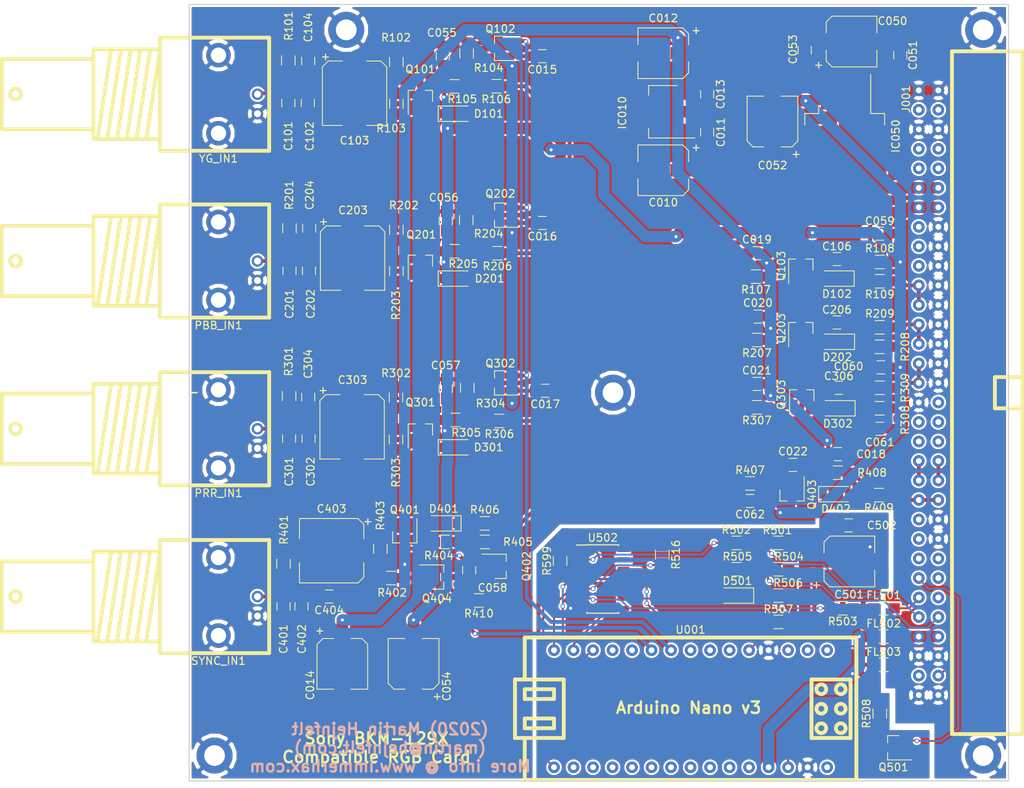
<source format=kicad_pcb>
(kicad_pcb (version 4) (host pcbnew 4.0.7-e2-6376~61~ubuntu18.04.1)
  (layers (0 F.Cu signal) (31 B.Cu signal hide) (34 B.Paste user) (35 F.Paste user) (36 B.SilkS user) (37 F.SilkS user) (38 B.Mask user) (39 F.Mask user) (44 Edge.Cuts user))
  (net 0 "")
  (net 1 +5VD)
  (net 2 GND)
  (net 3 /MCU_RESET)
  (net 4 /SCLK)
  (net 5 "Net-(R502-Pad1)")
  (net 6 "Net-(R503-Pad1)")
  (net 7 /MOSI)
  (net 8 "Net-(R505-Pad1)")
  (net 9 /SLOT_ID)
  (net 10 "Net-(R507-Pad1)")
  (net 11 "Net-(R516-Pad1)")
  (net 12 "Net-(U001-Pad13)")
  (net 13 "Net-(U001-Pad14)")
  (net 14 VDDA)
  (net 15 VSSA)
  (net 16 "Net-(C101-Pad1)")
  (net 17 "Net-(C103-Pad1)")
  (net 18 "Net-(C106-Pad1)")
  (net 19 "Net-(C106-Pad2)")
  (net 20 "Net-(C201-Pad1)")
  (net 21 "Net-(C203-Pad1)")
  (net 22 "Net-(C206-Pad1)")
  (net 23 "Net-(C206-Pad2)")
  (net 24 "Net-(C303-Pad1)")
  (net 25 "Net-(C306-Pad1)")
  (net 26 "Net-(C306-Pad2)")
  (net 27 "Net-(C401-Pad1)")
  (net 28 "Net-(C403-Pad1)")
  (net 29 /-6V)
  (net 30 /+6V)
  (net 31 Y/G)
  (net 32 B-Y/B)
  (net 33 R-Y/R)
  (net 34 /VS_IN)
  (net 35 ~EXT_SYNC)
  (net 36 /RESET)
  (net 37 /STANDBY_5V)
  (net 38 /HS_IN)
  (net 39 "Net-(Q101-Pad1)")
  (net 40 ~BX_OE)
  (net 41 "Net-(Q102-Pad3)")
  (net 42 "Net-(Q103-Pad1)")
  (net 43 "Net-(Q201-Pad1)")
  (net 44 "Net-(Q202-Pad3)")
  (net 45 "Net-(Q203-Pad1)")
  (net 46 "Net-(Q301-Pad1)")
  (net 47 "Net-(Q302-Pad3)")
  (net 48 "Net-(Q303-Pad1)")
  (net 49 "Net-(Q402-Pad3)")
  (net 50 ~EXT_SYNC_OE)
  (net 51 "Net-(Q404-Pad3)")
  (net 52 "Net-(D101-Pad2)")
  (net 53 "Net-(R106-Pad1)")
  (net 54 "Net-(D201-Pad2)")
  (net 55 "Net-(R206-Pad1)")
  (net 56 "Net-(D301-Pad2)")
  (net 57 "Net-(R306-Pad1)")
  (net 58 "Net-(D401-Pad1)")
  (net 59 "Net-(R406-Pad1)")
  (net 60 "Net-(D402-Pad2)")
  (net 61 "Net-(D101-Pad1)")
  (net 62 "Net-(D201-Pad1)")
  (net 63 "Net-(D301-Pad1)")
  (net 64 "Net-(D401-Pad2)")
  (net 65 "Net-(D402-Pad1)")
  (net 66 "Net-(C301-Pad1)")
  (net 67 "Net-(FL501-Pad1)")
  (net 68 /MISO)
  (net 69 GNDA)
  (net 70 "Net-(Q403-Pad2)")
  (net 71 "Net-(Q401-Pad2)")
  (net 72 "Net-(Q402-Pad2)")
  (net 73 "Net-(R599-Pad1)")
  (module Capacitors_SMD:CP_Elec_8x5.4 (layer F.Cu) (at 81.2165 87.249 270)
    (fp_text reference C203 (at -6.223 -0.0635 360) (layer F.SilkS))
    (fp_text value 47uF/16V/BP)
    (fp_text user + (at -4.72 3.85 270) (layer F.SilkS))
    (pad 1 smd rect (at -3.05 0 90) (size 4 2.5) (layers F.Cu F.Paste F.Mask) (net 21 "Net-(C203-Pad1)"))
    (pad 2 smd rect (at 3.05 0 90) (size 4 2.5) (layers F.Cu F.Paste F.Mask) (net 20 "Net-(C201-Pad1)"))
  )
  (module TO_SOT_Packages_SMD:SOT-23_Handsoldering (layer F.Cu) (at 100.457 127.381)
    (fp_text reference Q402 (at 3.429 0 270) (layer F.SilkS))
    (fp_text value DTC144EKA)
    (pad 1 smd rect (at -1.5 -0.95) (size 1.9 0.8) (layers F.Cu F.Paste F.Mask) (net 15 VSSA))
    (pad 2 smd rect (at -1.5 0.95) (size 1.9 0.8) (layers F.Cu F.Paste F.Mask) (net 72 "Net-(Q402-Pad2)"))
    (pad 3 smd rect (at 1.5 0) (size 1.9 0.8) (layers F.Cu F.Paste F.Mask) (net 49 "Net-(Q402-Pad3)"))
  )
  (module Capacitors_SMD:C_0805_HandSoldering (layer F.Cu) (at 145.796 122.047)
    (fp_text reference C502 (at 4.318 0) (layer F.SilkS))
    (fp_text value 100nF)
    (pad 1 smd rect (at -1.25 0) (size 1.5 1.25) (layers F.Cu F.Paste F.Mask) (net 1 +5VD))
    (pad 2 smd rect (at 1.25 0) (size 1.5 1.25) (layers F.Cu F.Paste F.Mask) (net 2 GND))
  )
  (module TO_SOT_Packages_SMD:SOT-23_Handsoldering (layer F.Cu) (at 151.638 151.003 180)
    (fp_text reference Q501 (at 0 -2.54 360) (layer F.SilkS))
    (fp_text value DTC144EKA)
    (pad 1 smd rect (at -1.5 -0.95 180) (size 1.9 0.8) (layers F.Cu F.Paste F.Mask) (net 2 GND))
    (pad 2 smd rect (at -1.5 0.95 180) (size 1.9 0.8) (layers F.Cu F.Paste F.Mask) (net 36 /RESET))
    (pad 3 smd rect (at 1.5 0 180) (size 1.9 0.8) (layers F.Cu F.Paste F.Mask) (net 3 /MCU_RESET))
  )
  (module Resistors_SMD:R_0805_HandSoldering (layer F.Cu) (at 136.652 124.333 180)
    (fp_text reference R501 (at 0.127 1.651 180) (layer F.SilkS))
    (fp_text value 100k)
    (pad 1 smd rect (at -1.35 0 180) (size 1.5 1.3) (layers F.Cu F.Paste F.Mask) (net 1 +5VD))
    (pad 2 smd rect (at 1.35 0 180) (size 1.5 1.3) (layers F.Cu F.Paste F.Mask) (net 4 /SCLK))
  )
  (module Resistors_SMD:R_0805_HandSoldering (layer F.Cu) (at 131.191 124.333)
    (fp_text reference R502 (at 0 -1.7) (layer F.SilkS))
    (fp_text value 100)
    (pad 1 smd rect (at -1.35 0) (size 1.5 1.3) (layers F.Cu F.Paste F.Mask) (net 5 "Net-(R502-Pad1)"))
    (pad 2 smd rect (at 1.35 0) (size 1.5 1.3) (layers F.Cu F.Paste F.Mask) (net 4 /SCLK))
  )
  (module Resistors_SMD:R_0805_HandSoldering (layer F.Cu) (at 145.034 132.842)
    (fp_text reference R503 (at 0 1.7145) (layer F.SilkS))
    (fp_text value 100)
    (pad 1 smd rect (at -1.35 0) (size 1.5 1.3) (layers F.Cu F.Paste F.Mask) (net 6 "Net-(R503-Pad1)"))
    (pad 2 smd rect (at 1.35 0) (size 1.5 1.3) (layers F.Cu F.Paste F.Mask) (net 67 "Net-(FL501-Pad1)"))
  )
  (module Resistors_SMD:R_0805_HandSoldering (layer F.Cu) (at 136.652 127.762 180)
    (fp_text reference R504 (at -1.397 1.651 180) (layer F.SilkS))
    (fp_text value 100k)
    (pad 1 smd rect (at -1.35 0 180) (size 1.5 1.3) (layers F.Cu F.Paste F.Mask) (net 1 +5VD))
    (pad 2 smd rect (at 1.35 0 180) (size 1.5 1.3) (layers F.Cu F.Paste F.Mask) (net 7 /MOSI))
  )
  (module Resistors_SMD:R_0805_HandSoldering (layer F.Cu) (at 131.191 127.762)
    (fp_text reference R505 (at 0.127 -1.651) (layer F.SilkS))
    (fp_text value 100)
    (pad 1 smd rect (at -1.35 0) (size 1.5 1.3) (layers F.Cu F.Paste F.Mask) (net 8 "Net-(R505-Pad1)"))
    (pad 2 smd rect (at 1.35 0) (size 1.5 1.3) (layers F.Cu F.Paste F.Mask) (net 7 /MOSI))
  )
  (module Resistors_SMD:R_0805_HandSoldering (layer F.Cu) (at 136.652 131.191 180)
    (fp_text reference R506 (at -1.27 1.651 180) (layer F.SilkS))
    (fp_text value 100k)
    (pad 1 smd rect (at -1.35 0 180) (size 1.5 1.3) (layers F.Cu F.Paste F.Mask) (net 1 +5VD))
    (pad 2 smd rect (at 1.35 0 180) (size 1.5 1.3) (layers F.Cu F.Paste F.Mask) (net 9 /SLOT_ID))
  )
  (module Resistors_SMD:R_0805_HandSoldering (layer F.Cu) (at 136.652 134.62)
    (fp_text reference R507 (at 0 -1.651) (layer F.SilkS))
    (fp_text value 100)
    (pad 1 smd rect (at -1.35 0) (size 1.5 1.3) (layers F.Cu F.Paste F.Mask) (net 10 "Net-(R507-Pad1)"))
    (pad 2 smd rect (at 1.35 0) (size 1.5 1.3) (layers F.Cu F.Paste F.Mask) (net 9 /SLOT_ID))
  )
  (module Resistors_SMD:R_0805_HandSoldering (layer F.Cu) (at 149.86 146.558 270)
    (fp_text reference R508 (at 0 1.7272 270) (layer F.SilkS))
    (fp_text value 100k)
    (pad 1 smd rect (at -1.35 0 270) (size 1.5 1.3) (layers F.Cu F.Paste F.Mask) (net 1 +5VD))
    (pad 2 smd rect (at 1.35 0 270) (size 1.5 1.3) (layers F.Cu F.Paste F.Mask) (net 3 /MCU_RESET))
  )
  (module Resistors_SMD:R_0805_HandSoldering (layer F.Cu) (at 121.539 125.857 90)
    (fp_text reference R516 (at 0 1.778 90) (layer F.SilkS))
    (fp_text value 4.7k)
    (pad 1 smd rect (at -1.35 0 90) (size 1.5 1.3) (layers F.Cu F.Paste F.Mask) (net 11 "Net-(R516-Pad1)"))
    (pad 2 smd rect (at 1.35 0 90) (size 1.5 1.3) (layers F.Cu F.Paste F.Mask) (net 1 +5VD))
  )
  (module arduino-nano-v3:arduino-nano-v3 (layer F.Cu) (at 125.222 145.923 270)
    (fp_text reference U001 (at -10.287 0 360) (layer F.SilkS))
    (fp_text value arduino-nano-v3)
    (fp_text user "Arduino Nano v3" (at -0.127 0.254 360) (layer F.SilkS) (effects (font (size 1.5 1.5) (thickness 0.3))))
    (pad 1 thru_hole circle (at -7.62 -17.78 270) (size 1.524 1.524) (drill 0.762) (layers *.Cu *.Mask))
    (pad 2 thru_hole circle (at -7.62 -15.24 270) (size 1.524 1.524) (drill 0.762) (layers *.Cu *.Mask))
    (pad 3 thru_hole circle (at -7.62 -12.7 270) (size 1.524 1.524) (drill 0.762) (layers *.Cu *.Mask))
    (pad 4 thru_hole circle (at -7.62 -10.16 270) (size 1.524 1.524) (drill 0.762) (layers *.Cu *.Mask) (net 2 GND))
    (pad 5 thru_hole circle (at -7.62 -7.62 270) (size 1.524 1.524) (drill 0.762) (layers *.Cu *.Mask) (net 10 "Net-(R507-Pad1)"))
    (pad 6 thru_hole circle (at -7.62 -5.08 270) (size 1.524 1.524) (drill 0.762) (layers *.Cu *.Mask))
    (pad 7 thru_hole circle (at -7.62 -2.54 270) (size 1.524 1.524) (drill 0.762) (layers *.Cu *.Mask))
    (pad 8 thru_hole circle (at -7.62 0 270) (size 1.524 1.524) (drill 0.762) (layers *.Cu *.Mask))
    (pad 9 thru_hole circle (at -7.62 2.54 270) (size 1.524 1.524) (drill 0.762) (layers *.Cu *.Mask) (net 40 ~BX_OE))
    (pad 10 thru_hole circle (at -7.62 5.08 270) (size 1.524 1.524) (drill 0.762) (layers *.Cu *.Mask) (net 50 ~EXT_SYNC_OE))
    (pad 11 thru_hole circle (at -7.62 7.62 270) (size 1.524 1.524) (drill 0.762) (layers *.Cu *.Mask))
    (pad 12 thru_hole circle (at -7.62 10.16 270) (size 1.524 1.524) (drill 0.762) (layers *.Cu *.Mask))
    (pad 13 thru_hole circle (at -7.62 12.7 270) (size 1.524 1.524) (drill 0.762) (layers *.Cu *.Mask) (net 12 "Net-(U001-Pad13)"))
    (pad 14 thru_hole circle (at -7.62 15.24 270) (size 1.524 1.524) (drill 0.762) (layers *.Cu *.Mask) (net 13 "Net-(U001-Pad14)"))
    (pad 15 thru_hole circle (at -7.62 17.78 270) (size 1.524 1.524) (drill 0.762) (layers *.Cu *.Mask) (net 11 "Net-(R516-Pad1)"))
    (pad 16 thru_hole circle (at 7.62 17.78 270) (size 1.524 1.524) (drill 0.762) (layers *.Cu *.Mask) (net 73 "Net-(R599-Pad1)"))
    (pad 17 thru_hole circle (at 7.62 15.24 270) (size 1.524 1.524) (drill 0.762) (layers *.Cu *.Mask))
    (pad 18 thru_hole circle (at 7.62 12.7 270) (size 1.524 1.524) (drill 0.762) (layers *.Cu *.Mask))
    (pad 19 thru_hole circle (at 7.62 10.16 270) (size 1.524 1.524) (drill 0.762) (layers *.Cu *.Mask))
    (pad 20 thru_hole circle (at 7.62 7.62 270) (size 1.524 1.524) (drill 0.762) (layers *.Cu *.Mask))
    (pad 21 thru_hole circle (at 7.62 5.08 270) (size 1.524 1.524) (drill 0.762) (layers *.Cu *.Mask))
    (pad 22 thru_hole circle (at 7.62 2.54 270) (size 1.524 1.524) (drill 0.762) (layers *.Cu *.Mask))
    (pad 23 thru_hole circle (at 7.62 0 270) (size 1.524 1.524) (drill 0.762) (layers *.Cu *.Mask))
    (pad 24 thru_hole circle (at 7.62 -2.54 270) (size 1.524 1.524) (drill 0.762) (layers *.Cu *.Mask))
    (pad 25 thru_hole circle (at 7.62 -5.08 270) (size 1.524 1.524) (drill 0.762) (layers *.Cu *.Mask))
    (pad 26 thru_hole circle (at 7.62 -7.62 270) (size 1.524 1.524) (drill 0.762) (layers *.Cu *.Mask))
    (pad 27 thru_hole circle (at 7.62 -10.16 270) (size 1.524 1.524) (drill 0.762) (layers *.Cu *.Mask) (net 1 +5VD))
    (pad 28 thru_hole circle (at 7.62 -12.7 270) (size 1.524 1.524) (drill 0.762) (layers *.Cu *.Mask) (net 3 /MCU_RESET))
    (pad 29 thru_hole circle (at 7.62 -15.24 270) (size 1.524 1.524) (drill 0.762) (layers *.Cu *.Mask) (net 2 GND))
    (pad 30 thru_hole circle (at 7.62 -17.78 270) (size 1.524 1.524) (drill 0.762) (layers *.Cu *.Mask))
  )
  (module Housings_SOIC:SOIC-14_3.9x8.7mm_Pitch1.27mm (layer F.Cu) (at 113.792 129.032)
    (fp_text reference U502 (at 0 -5.375) (layer F.SilkS))
    (fp_text value 74LVC125)
    (pad 1 smd rect (at -2.7 -3.81) (size 1.5 0.6) (layers F.Cu F.Paste F.Mask) (net 12 "Net-(U001-Pad13)"))
    (pad 2 smd rect (at -2.7 -2.54) (size 1.5 0.6) (layers F.Cu F.Paste F.Mask) (net 5 "Net-(R502-Pad1)"))
    (pad 3 smd rect (at -2.7 -1.27) (size 1.5 0.6) (layers F.Cu F.Paste F.Mask) (net 73 "Net-(R599-Pad1)"))
    (pad 4 smd rect (at -2.7 0) (size 1.5 0.6) (layers F.Cu F.Paste F.Mask) (net 12 "Net-(U001-Pad13)"))
    (pad 5 smd rect (at -2.7 1.27) (size 1.5 0.6) (layers F.Cu F.Paste F.Mask) (net 11 "Net-(R516-Pad1)"))
    (pad 6 smd rect (at -2.7 2.54) (size 1.5 0.6) (layers F.Cu F.Paste F.Mask) (net 6 "Net-(R503-Pad1)"))
    (pad 7 smd rect (at -2.7 3.81) (size 1.5 0.6) (layers F.Cu F.Paste F.Mask) (net 2 GND))
    (pad 8 smd rect (at 2.7 3.81) (size 1.5 0.6) (layers F.Cu F.Paste F.Mask) (net 13 "Net-(U001-Pad14)"))
    (pad 9 smd rect (at 2.7 2.54) (size 1.5 0.6) (layers F.Cu F.Paste F.Mask) (net 8 "Net-(R505-Pad1)"))
    (pad 10 smd rect (at 2.7 1.27) (size 1.5 0.6) (layers F.Cu F.Paste F.Mask) (net 12 "Net-(U001-Pad13)"))
    (pad 11 smd rect (at 2.7 0) (size 1.5 0.6) (layers F.Cu F.Paste F.Mask) (net 12 "Net-(U001-Pad13)"))
    (pad 12 smd rect (at 2.7 -1.27) (size 1.5 0.6) (layers F.Cu F.Paste F.Mask) (net 10 "Net-(R507-Pad1)"))
    (pad 13 smd rect (at 2.7 -2.54) (size 1.5 0.6) (layers F.Cu F.Paste F.Mask) (net 2 GND))
    (pad 14 smd rect (at 2.7 -3.81) (size 1.5 0.6) (layers F.Cu F.Paste F.Mask) (net 1 +5VD))
  )
  (module Capacitors_SMD:C_0805_HandSoldering (layer F.Cu) (at 105.918 60.96 180)
    (fp_text reference C015 (at 0 -1.75 180) (layer F.SilkS))
    (fp_text value 100nF)
    (pad 1 smd rect (at -1.25 0 180) (size 1.5 1.25) (layers F.Cu F.Paste F.Mask) (net 69 GNDA))
    (pad 2 smd rect (at 1.25 0 180) (size 1.5 1.25) (layers F.Cu F.Paste F.Mask) (net 14 VDDA))
  )
  (module Capacitors_SMD:C_0805_HandSoldering (layer F.Cu) (at 105.918 82.677 180)
    (fp_text reference C016 (at 0 -1.75 180) (layer F.SilkS))
    (fp_text value 100nF)
    (pad 1 smd rect (at -1.25 0 180) (size 1.5 1.25) (layers F.Cu F.Paste F.Mask) (net 69 GNDA))
    (pad 2 smd rect (at 1.25 0 180) (size 1.5 1.25) (layers F.Cu F.Paste F.Mask) (net 14 VDDA))
  )
  (module Capacitors_SMD:C_0805_HandSoldering (layer F.Cu) (at 106.299 104.521 180)
    (fp_text reference C017 (at 0 -1.75 180) (layer F.SilkS))
    (fp_text value 100nF)
    (pad 1 smd rect (at -1.25 0 180) (size 1.5 1.25) (layers F.Cu F.Paste F.Mask) (net 69 GNDA))
    (pad 2 smd rect (at 1.25 0 180) (size 1.5 1.25) (layers F.Cu F.Paste F.Mask) (net 14 VDDA))
  )
  (module Capacitors_SMD:C_0805_HandSoldering (layer F.Cu) (at 144.399 112.776 180)
    (fp_text reference C018 (at -4.318 0 180) (layer F.SilkS))
    (fp_text value 100nF)
    (pad 1 smd rect (at -1.25 0 180) (size 1.5 1.25) (layers F.Cu F.Paste F.Mask) (net 69 GNDA))
    (pad 2 smd rect (at 1.25 0 180) (size 1.5 1.25) (layers F.Cu F.Paste F.Mask) (net 14 VDDA))
  )
  (module Capacitors_SMD:C_0805_HandSoldering (layer F.Cu) (at 133.858 86.614)
    (fp_text reference C019 (at 0 -1.778) (layer F.SilkS))
    (fp_text value 100nF)
    (pad 1 smd rect (at -1.25 0) (size 1.5 1.25) (layers F.Cu F.Paste F.Mask) (net 69 GNDA))
    (pad 2 smd rect (at 1.25 0) (size 1.5 1.25) (layers F.Cu F.Paste F.Mask) (net 14 VDDA))
  )
  (module Capacitors_SMD:C_0805_HandSoldering (layer F.Cu) (at 133.985 94.869)
    (fp_text reference C020 (at 0 -1.778) (layer F.SilkS))
    (fp_text value 100nF)
    (pad 1 smd rect (at -1.25 0) (size 1.5 1.25) (layers F.Cu F.Paste F.Mask) (net 69 GNDA))
    (pad 2 smd rect (at 1.25 0) (size 1.5 1.25) (layers F.Cu F.Paste F.Mask) (net 14 VDDA))
  )
  (module Capacitors_SMD:C_0805_HandSoldering (layer F.Cu) (at 133.858 103.632)
    (fp_text reference C021 (at 0 -1.75) (layer F.SilkS))
    (fp_text value 100nF)
    (pad 1 smd rect (at -1.25 0) (size 1.5 1.25) (layers F.Cu F.Paste F.Mask) (net 69 GNDA))
    (pad 2 smd rect (at 1.25 0) (size 1.5 1.25) (layers F.Cu F.Paste F.Mask) (net 14 VDDA))
  )
  (module Capacitors_SMD:C_0805_HandSoldering (layer F.Cu) (at 138.557 114.173)
    (fp_text reference C022 (at 0 -1.75) (layer F.SilkS))
    (fp_text value 100nF)
    (pad 1 smd rect (at -1.25 0) (size 1.5 1.25) (layers F.Cu F.Paste F.Mask) (net 69 GNDA))
    (pad 2 smd rect (at 1.25 0) (size 1.5 1.25) (layers F.Cu F.Paste F.Mask) (net 14 VDDA))
  )
  (module Capacitors_SMD:C_0805_HandSoldering (layer F.Cu) (at 92.964 60.96 90)
    (fp_text reference C055 (at 3.048 -0.127 180) (layer F.SilkS))
    (fp_text value 100nF)
    (pad 1 smd rect (at -1.25 0 90) (size 1.5 1.25) (layers F.Cu F.Paste F.Mask) (net 15 VSSA))
    (pad 2 smd rect (at 1.25 0 90) (size 1.5 1.25) (layers F.Cu F.Paste F.Mask) (net 69 GNDA))
  )
  (module Capacitors_SMD:C_0805_HandSoldering (layer F.Cu) (at 93.345 82.423 90)
    (fp_text reference C056 (at 3.048 -0.254 180) (layer F.SilkS))
    (fp_text value 100nF)
    (pad 1 smd rect (at -1.25 0 90) (size 1.5 1.25) (layers F.Cu F.Paste F.Mask) (net 15 VSSA))
    (pad 2 smd rect (at 1.25 0 90) (size 1.5 1.25) (layers F.Cu F.Paste F.Mask) (net 69 GNDA))
  )
  (module Capacitors_SMD:C_0805_HandSoldering (layer F.Cu) (at 93.345 104.267 90)
    (fp_text reference C057 (at 3.048 0 180) (layer F.SilkS))
    (fp_text value 100nF)
    (pad 1 smd rect (at -1.25 0 90) (size 1.5 1.25) (layers F.Cu F.Paste F.Mask) (net 15 VSSA))
    (pad 2 smd rect (at 1.25 0 90) (size 1.5 1.25) (layers F.Cu F.Paste F.Mask) (net 69 GNDA))
  )
  (module Capacitors_SMD:C_0805_HandSoldering (layer F.Cu) (at 96.393 127.889 270)
    (fp_text reference C058 (at 2.286 -3.048 360) (layer F.SilkS))
    (fp_text value 100nF)
    (pad 1 smd rect (at -1.25 0 270) (size 1.5 1.25) (layers F.Cu F.Paste F.Mask) (net 15 VSSA))
    (pad 2 smd rect (at 1.25 0 270) (size 1.5 1.25) (layers F.Cu F.Paste F.Mask) (net 69 GNDA))
  )
  (module Capacitors_SMD:C_0805_HandSoldering (layer F.Cu) (at 149.86 84.074 180)
    (fp_text reference C059 (at 0 1.651 180) (layer F.SilkS))
    (fp_text value 100nF)
    (pad 1 smd rect (at -1.25 0 180) (size 1.5 1.25) (layers F.Cu F.Paste F.Mask) (net 15 VSSA))
    (pad 2 smd rect (at 1.25 0 180) (size 1.5 1.25) (layers F.Cu F.Paste F.Mask) (net 69 GNDA))
  )
  (module Capacitors_SMD:C_0805_HandSoldering (layer F.Cu) (at 149.987 101.473 180)
    (fp_text reference C060 (at 4.191 0.127 180) (layer F.SilkS))
    (fp_text value 100nF)
    (pad 1 smd rect (at -1.25 0 180) (size 1.5 1.25) (layers F.Cu F.Paste F.Mask) (net 15 VSSA))
    (pad 2 smd rect (at 1.25 0 180) (size 1.5 1.25) (layers F.Cu F.Paste F.Mask) (net 69 GNDA))
  )
  (module Capacitors_SMD:C_0805_HandSoldering (layer F.Cu) (at 149.86 109.474 180)
    (fp_text reference C061 (at 0 -1.75 180) (layer F.SilkS))
    (fp_text value 100nF)
    (pad 1 smd rect (at -1.25 0 180) (size 1.5 1.25) (layers F.Cu F.Paste F.Mask) (net 15 VSSA))
    (pad 2 smd rect (at 1.25 0 180) (size 1.5 1.25) (layers F.Cu F.Paste F.Mask) (net 69 GNDA))
  )
  (module Capacitors_SMD:C_0805_HandSoldering (layer F.Cu) (at 132.969 118.872 180)
    (fp_text reference C062 (at 0 -1.75 180) (layer F.SilkS))
    (fp_text value 100nF)
    (pad 1 smd rect (at -1.25 0 180) (size 1.5 1.25) (layers F.Cu F.Paste F.Mask) (net 15 VSSA))
    (pad 2 smd rect (at 1.25 0 180) (size 1.5 1.25) (layers F.Cu F.Paste F.Mask) (net 69 GNDA))
  )
  (module Capacitors_SMD:C_0805_HandSoldering (layer F.Cu) (at 72.8472 67.056 270)
    (fp_text reference C101 (at 4.318 0 270) (layer F.SilkS))
    (fp_text value 10pF)
    (pad 1 smd rect (at -1.25 0 270) (size 1.5 1.25) (layers F.Cu F.Paste F.Mask) (net 16 "Net-(C101-Pad1)"))
    (pad 2 smd rect (at 1.25 0 270) (size 1.5 1.25) (layers F.Cu F.Paste F.Mask) (net 69 GNDA))
  )
  (module Capacitors_SMD:C_0805_HandSoldering (layer F.Cu) (at 75.3872 67.056 270)
    (fp_text reference C102 (at 4.318 -0.2413 270) (layer F.SilkS))
    (fp_text value 22pF)
    (pad 1 smd rect (at -1.25 0 270) (size 1.5 1.25) (layers F.Cu F.Paste F.Mask) (net 16 "Net-(C101-Pad1)"))
    (pad 2 smd rect (at 1.25 0 270) (size 1.5 1.25) (layers F.Cu F.Paste F.Mask) (net 69 GNDA))
  )
  (module Capacitors_SMD:C_0805_HandSoldering (layer F.Cu) (at 75.438 61.595 270)
    (fp_text reference C104 (at -4.3815 0 270) (layer F.SilkS))
    (fp_text value 100nF)
    (pad 1 smd rect (at -1.25 0 270) (size 1.5 1.25) (layers F.Cu F.Paste F.Mask) (net 17 "Net-(C103-Pad1)"))
    (pad 2 smd rect (at 1.25 0 270) (size 1.5 1.25) (layers F.Cu F.Paste F.Mask) (net 16 "Net-(C101-Pad1)"))
  )
  (module Capacitors_SMD:C_0805_HandSoldering (layer F.Cu) (at 144.272 87.376 180)
    (fp_text reference C106 (at 0 1.651 180) (layer F.SilkS))
    (fp_text value 10nF)
    (pad 1 smd rect (at -1.25 0 180) (size 1.5 1.25) (layers F.Cu F.Paste F.Mask) (net 18 "Net-(C106-Pad1)"))
    (pad 2 smd rect (at 1.25 0 180) (size 1.5 1.25) (layers F.Cu F.Paste F.Mask) (net 19 "Net-(C106-Pad2)"))
  )
  (module Capacitors_SMD:C_0805_HandSoldering (layer F.Cu) (at 72.9996 88.9 270)
    (fp_text reference C201 (at 4.318 0 450) (layer F.SilkS))
    (fp_text value 10pF)
    (pad 1 smd rect (at -1.25 0 270) (size 1.5 1.25) (layers F.Cu F.Paste F.Mask) (net 20 "Net-(C201-Pad1)"))
    (pad 2 smd rect (at 1.25 0 270) (size 1.5 1.25) (layers F.Cu F.Paste F.Mask) (net 69 GNDA))
  )
  (module Capacitors_SMD:C_0805_HandSoldering (layer F.Cu) (at 75.5396 88.9 270)
    (fp_text reference C202 (at 4.318 -0.2159 270) (layer F.SilkS))
    (fp_text value 22p)
    (pad 1 smd rect (at -1.25 0 270) (size 1.5 1.25) (layers F.Cu F.Paste F.Mask) (net 20 "Net-(C201-Pad1)"))
    (pad 2 smd rect (at 1.25 0 270) (size 1.5 1.25) (layers F.Cu F.Paste F.Mask) (net 69 GNDA))
  )
  (module Capacitors_SMD:C_0805_HandSoldering (layer F.Cu) (at 75.565 83.3755 270)
    (fp_text reference C204 (at -4.318 -0.0635 270) (layer F.SilkS))
    (fp_text value 100nF)
    (pad 1 smd rect (at -1.25 0 270) (size 1.5 1.25) (layers F.Cu F.Paste F.Mask) (net 21 "Net-(C203-Pad1)"))
    (pad 2 smd rect (at 1.25 0 270) (size 1.5 1.25) (layers F.Cu F.Paste F.Mask) (net 20 "Net-(C201-Pad1)"))
  )
  (module Capacitors_SMD:C_0805_HandSoldering (layer F.Cu) (at 144.272 95.631 180)
    (fp_text reference C206 (at 0 1.651 180) (layer F.SilkS))
    (fp_text value 10nF)
    (pad 1 smd rect (at -1.25 0 180) (size 1.5 1.25) (layers F.Cu F.Paste F.Mask) (net 22 "Net-(C206-Pad1)"))
    (pad 2 smd rect (at 1.25 0 180) (size 1.5 1.25) (layers F.Cu F.Paste F.Mask) (net 23 "Net-(C206-Pad2)"))
  )
  (module Capacitors_SMD:C_0805_HandSoldering (layer F.Cu) (at 72.9488 110.744 270)
    (fp_text reference C301 (at 4.318 0 270) (layer F.SilkS))
    (fp_text value 10pF)
    (pad 1 smd rect (at -1.25 0 270) (size 1.5 1.25) (layers F.Cu F.Paste F.Mask) (net 66 "Net-(C301-Pad1)"))
    (pad 2 smd rect (at 1.25 0 270) (size 1.5 1.25) (layers F.Cu F.Paste F.Mask) (net 69 GNDA))
  )
  (module Capacitors_SMD:C_0805_HandSoldering (layer F.Cu) (at 75.4888 110.744 270)
    (fp_text reference C302 (at 4.318 -0.2667 270) (layer F.SilkS))
    (fp_text value 22pF)
    (pad 1 smd rect (at -1.25 0 270) (size 1.5 1.25) (layers F.Cu F.Paste F.Mask) (net 66 "Net-(C301-Pad1)"))
    (pad 2 smd rect (at 1.25 0 270) (size 1.5 1.25) (layers F.Cu F.Paste F.Mask) (net 69 GNDA))
  )
  (module Capacitors_SMD:C_0805_HandSoldering (layer F.Cu) (at 75.438 105.3465 270)
    (fp_text reference C304 (at -4.318 0 270) (layer F.SilkS))
    (fp_text value 100nF)
    (pad 1 smd rect (at -1.25 0 270) (size 1.5 1.25) (layers F.Cu F.Paste F.Mask) (net 24 "Net-(C303-Pad1)"))
    (pad 2 smd rect (at 1.25 0 270) (size 1.5 1.25) (layers F.Cu F.Paste F.Mask) (net 66 "Net-(C301-Pad1)"))
  )
  (module Capacitors_SMD:C_0805_HandSoldering (layer F.Cu) (at 144.526 104.14 180)
    (fp_text reference C306 (at 0 1.524 360) (layer F.SilkS))
    (fp_text value 10nF)
    (pad 1 smd rect (at -1.25 0 180) (size 1.5 1.25) (layers F.Cu F.Paste F.Mask) (net 25 "Net-(C306-Pad1)"))
    (pad 2 smd rect (at 1.25 0 180) (size 1.5 1.25) (layers F.Cu F.Paste F.Mask) (net 26 "Net-(C306-Pad2)"))
  )
  (module Capacitors_SMD:C_0805_HandSoldering (layer F.Cu) (at 72.2249 132.588 270)
    (fp_text reference C401 (at 4.2672 0 270) (layer F.SilkS))
    (fp_text value 8pF)
    (pad 1 smd rect (at -1.25 0 270) (size 1.5 1.25) (layers F.Cu F.Paste F.Mask) (net 27 "Net-(C401-Pad1)"))
    (pad 2 smd rect (at 1.25 0 270) (size 1.5 1.25) (layers F.Cu F.Paste F.Mask) (net 69 GNDA))
  )
  (module Capacitors_SMD:C_0805_HandSoldering (layer F.Cu) (at 74.5617 132.588 270)
    (fp_text reference C402 (at 4.2672 -0.0508 270) (layer F.SilkS))
    (fp_text value 22pF)
    (pad 1 smd rect (at -1.25 0 270) (size 1.5 1.25) (layers F.Cu F.Paste F.Mask) (net 27 "Net-(C401-Pad1)"))
    (pad 2 smd rect (at 1.25 0 270) (size 1.5 1.25) (layers F.Cu F.Paste F.Mask) (net 69 GNDA))
  )
  (module Capacitors_SMD:C_0805_HandSoldering (layer F.Cu) (at 78.1685 131.318 180)
    (fp_text reference C404 (at 0 -1.778 180) (layer F.SilkS))
    (fp_text value 100nF)
    (pad 1 smd rect (at -1.25 0 180) (size 1.5 1.25) (layers F.Cu F.Paste F.Mask) (net 28 "Net-(C403-Pad1)"))
    (pad 2 smd rect (at 1.25 0 180) (size 1.5 1.25) (layers F.Cu F.Paste F.Mask) (net 27 "Net-(C401-Pad1)"))
  )
  (module din-41612-64p-ra:DIN-41612-64P (layer F.Cu) (at 156.21 104.775)
    (fp_text reference J001 (at -2.921 -38.227 90) (layer F.SilkS))
    (fp_text value Conn_02x32_Row_Letter_Last)
    (pad 1b thru_hole circle (at -1.27 -39.37) (size 1.524 1.524) (drill 0.762) (layers *.Cu *.Mask) (net 69 GNDA))
    (pad 2b thru_hole circle (at -1.27 -36.83) (size 1.524 1.524) (drill 0.762) (layers *.Cu *.Mask))
    (pad 3b thru_hole circle (at -1.27 -34.29) (size 1.524 1.524) (drill 0.762) (layers *.Cu *.Mask) (net 69 GNDA))
    (pad 4b thru_hole circle (at -1.27 -31.75) (size 1.524 1.524) (drill 0.762) (layers *.Cu *.Mask))
    (pad 5b thru_hole circle (at -1.27 -29.21) (size 1.524 1.524) (drill 0.762) (layers *.Cu *.Mask))
    (pad 6b thru_hole circle (at -1.27 -26.67) (size 1.524 1.524) (drill 0.762) (layers *.Cu *.Mask) (net 29 /-6V))
    (pad 7b thru_hole circle (at -1.27 -24.13) (size 1.524 1.524) (drill 0.762) (layers *.Cu *.Mask) (net 30 /+6V))
    (pad 8b thru_hole circle (at -1.27 -21.59) (size 1.524 1.524) (drill 0.762) (layers *.Cu *.Mask))
    (pad 9b thru_hole circle (at -1.27 -19.05) (size 1.524 1.524) (drill 0.762) (layers *.Cu *.Mask))
    (pad 10b thru_hole circle (at -1.27 -16.51) (size 1.524 1.524) (drill 0.762) (layers *.Cu *.Mask))
    (pad 11b thru_hole circle (at -1.27 -13.97) (size 1.524 1.524) (drill 0.762) (layers *.Cu *.Mask) (net 31 Y/G))
    (pad 12b thru_hole circle (at -1.27 -11.43) (size 1.524 1.524) (drill 0.762) (layers *.Cu *.Mask) (net 31 Y/G))
    (pad 13b thru_hole circle (at -1.27 -8.89) (size 1.524 1.524) (drill 0.762) (layers *.Cu *.Mask) (net 32 B-Y/B))
    (pad 14b thru_hole circle (at -1.27 -6.35) (size 1.524 1.524) (drill 0.762) (layers *.Cu *.Mask) (net 32 B-Y/B))
    (pad 15b thru_hole circle (at -1.27 -3.81) (size 1.524 1.524) (drill 0.762) (layers *.Cu *.Mask) (net 33 R-Y/R))
    (pad 16b thru_hole circle (at -1.27 -1.27) (size 1.524 1.524) (drill 0.762) (layers *.Cu *.Mask) (net 33 R-Y/R))
    (pad 17b thru_hole circle (at -1.27 1.27) (size 1.524 1.524) (drill 0.762) (layers *.Cu *.Mask) (net 69 GNDA))
    (pad 18b thru_hole circle (at -1.27 3.81) (size 1.524 1.524) (drill 0.762) (layers *.Cu *.Mask))
    (pad 19b thru_hole circle (at -1.27 6.35) (size 1.524 1.524) (drill 0.762) (layers *.Cu *.Mask))
    (pad 20b thru_hole circle (at -1.27 8.89) (size 1.524 1.524) (drill 0.762) (layers *.Cu *.Mask) (net 34 /VS_IN))
    (pad 21b thru_hole circle (at -1.27 11.43) (size 1.524 1.524) (drill 0.762) (layers *.Cu *.Mask) (net 34 /VS_IN))
    (pad 22b thru_hole circle (at -1.27 13.97) (size 1.524 1.524) (drill 0.762) (layers *.Cu *.Mask) (net 35 ~EXT_SYNC))
    (pad 23b thru_hole circle (at -1.27 16.51) (size 1.524 1.524) (drill 0.762) (layers *.Cu *.Mask))
    (pad 24b thru_hole circle (at -1.27 19.05) (size 1.524 1.524) (drill 0.762) (layers *.Cu *.Mask))
    (pad 25b thru_hole circle (at -1.27 21.59) (size 1.524 1.524) (drill 0.762) (layers *.Cu *.Mask))
    (pad 26b thru_hole circle (at -1.27 24.13) (size 1.524 1.524) (drill 0.762) (layers *.Cu *.Mask) (net 36 /RESET))
    (pad 27b thru_hole circle (at -1.27 26.67) (size 1.524 1.524) (drill 0.762) (layers *.Cu *.Mask) (net 68 /MISO))
    (pad 28b thru_hole circle (at -1.27 29.21) (size 1.524 1.524) (drill 0.762) (layers *.Cu *.Mask) (net 4 /SCLK))
    (pad 29b thru_hole circle (at -1.27 31.75) (size 1.524 1.524) (drill 0.762) (layers *.Cu *.Mask) (net 37 /STANDBY_5V))
    (pad 30b thru_hole circle (at -1.27 34.29) (size 1.524 1.524) (drill 0.762) (layers *.Cu *.Mask) (net 69 GNDA))
    (pad 31b thru_hole circle (at -1.27 36.83) (size 1.524 1.524) (drill 0.762) (layers *.Cu *.Mask))
    (pad 32b thru_hole circle (at -1.27 39.37) (size 1.524 1.524) (drill 0.762) (layers *.Cu *.Mask) (net 69 GNDA))
    (pad 1a thru_hole circle (at 1.27 -39.37) (size 1.524 1.524) (drill 0.762) (layers *.Cu *.Mask) (net 69 GNDA))
    (pad 2a thru_hole circle (at 1.27 -36.83) (size 1.524 1.524) (drill 0.762) (layers *.Cu *.Mask))
    (pad 3a thru_hole circle (at 1.27 -34.29) (size 1.524 1.524) (drill 0.762) (layers *.Cu *.Mask) (net 69 GNDA))
    (pad 4a thru_hole circle (at 1.27 -31.75) (size 1.524 1.524) (drill 0.762) (layers *.Cu *.Mask))
    (pad 5a thru_hole circle (at 1.27 -29.21) (size 1.524 1.524) (drill 0.762) (layers *.Cu *.Mask))
    (pad 6a thru_hole circle (at 1.27 -26.67) (size 1.524 1.524) (drill 0.762) (layers *.Cu *.Mask) (net 29 /-6V))
    (pad 7a thru_hole circle (at 1.27 -24.13) (size 1.524 1.524) (drill 0.762) (layers *.Cu *.Mask) (net 30 /+6V))
    (pad 8a thru_hole circle (at 1.27 -21.59) (size 1.524 1.524) (drill 0.762) (layers *.Cu *.Mask) (net 69 GNDA))
    (pad 9a thru_hole circle (at 1.27 -19.05) (size 1.524 1.524) (drill 0.762) (layers *.Cu *.Mask) (net 69 GNDA))
    (pad 10a thru_hole circle (at 1.27 -16.51) (size 1.524 1.524) (drill 0.762) (layers *.Cu *.Mask) (net 69 GNDA))
    (pad 11a thru_hole circle (at 1.27 -13.97) (size 1.524 1.524) (drill 0.762) (layers *.Cu *.Mask) (net 69 GNDA))
    (pad 12a thru_hole circle (at 1.27 -11.43) (size 1.524 1.524) (drill 0.762) (layers *.Cu *.Mask) (net 69 GNDA))
    (pad 13a thru_hole circle (at 1.27 -8.89) (size 1.524 1.524) (drill 0.762) (layers *.Cu *.Mask) (net 69 GNDA))
    (pad 14a thru_hole circle (at 1.27 -6.35) (size 1.524 1.524) (drill 0.762) (layers *.Cu *.Mask) (net 69 GNDA))
    (pad 15a thru_hole circle (at 1.27 -3.81) (size 1.524 1.524) (drill 0.762) (layers *.Cu *.Mask) (net 69 GNDA))
    (pad 16a thru_hole circle (at 1.27 -1.27) (size 1.524 1.524) (drill 0.762) (layers *.Cu *.Mask) (net 69 GNDA))
    (pad 17a thru_hole circle (at 1.27 1.27) (size 1.524 1.524) (drill 0.762) (layers *.Cu *.Mask))
    (pad 18a thru_hole circle (at 1.27 3.81) (size 1.524 1.524) (drill 0.762) (layers *.Cu *.Mask))
    (pad 19a thru_hole circle (at 1.27 6.35) (size 1.524 1.524) (drill 0.762) (layers *.Cu *.Mask))
    (pad 20a thru_hole circle (at 1.27 8.89) (size 1.524 1.524) (drill 0.762) (layers *.Cu *.Mask) (net 38 /HS_IN))
    (pad 21a thru_hole circle (at 1.27 11.43) (size 1.524 1.524) (drill 0.762) (layers *.Cu *.Mask) (net 38 /HS_IN))
    (pad 22a thru_hole circle (at 1.27 13.97) (size 1.524 1.524) (drill 0.762) (layers *.Cu *.Mask) (net 35 ~EXT_SYNC))
    (pad 23a thru_hole circle (at 1.27 16.51) (size 1.524 1.524) (drill 0.762) (layers *.Cu *.Mask) (net 69 GNDA))
    (pad 24a thru_hole circle (at 1.27 19.05) (size 1.524 1.524) (drill 0.762) (layers *.Cu *.Mask) (net 69 GNDA))
    (pad 25a thru_hole circle (at 1.27 21.59) (size 1.524 1.524) (drill 0.762) (layers *.Cu *.Mask))
    (pad 26a thru_hole circle (at 1.27 24.13) (size 1.524 1.524) (drill 0.762) (layers *.Cu *.Mask))
    (pad 27a thru_hole circle (at 1.27 26.67) (size 1.524 1.524) (drill 0.762) (layers *.Cu *.Mask))
    (pad 28a thru_hole circle (at 1.27 29.21) (size 1.524 1.524) (drill 0.762) (layers *.Cu *.Mask) (net 7 /MOSI))
    (pad 29a thru_hole circle (at 1.27 31.75) (size 1.524 1.524) (drill 0.762) (layers *.Cu *.Mask) (net 37 /STANDBY_5V))
    (pad 30a thru_hole circle (at 1.27 34.29) (size 1.524 1.524) (drill 0.762) (layers *.Cu *.Mask) (net 69 GNDA))
    (pad 31a thru_hole circle (at 1.27 36.83) (size 1.524 1.524) (drill 0.762) (layers *.Cu *.Mask) (net 9 /SLOT_ID))
    (pad 32a thru_hole circle (at 1.27 39.37) (size 1.524 1.524) (drill 0.762) (layers *.Cu *.Mask) (net 69 GNDA))
  )
  (module TO_SOT_Packages_SMD:SOT-23_Handsoldering (layer F.Cu) (at 90.043 66.167 90)
    (fp_text reference Q101 (at 3.5052 0 360) (layer F.SilkS))
    (fp_text value 2SA1462)
    (pad 1 smd rect (at -1.5 -0.95 90) (size 1.9 0.8) (layers F.Cu F.Paste F.Mask) (net 39 "Net-(Q101-Pad1)"))
    (pad 2 smd rect (at -1.5 0.95 90) (size 1.9 0.8) (layers F.Cu F.Paste F.Mask) (net 61 "Net-(D101-Pad1)"))
    (pad 3 smd rect (at 1.5 0 90) (size 1.9 0.8) (layers F.Cu F.Paste F.Mask) (net 15 VSSA))
  )
  (module TO_SOT_Packages_SMD:SOT-23_Handsoldering (layer F.Cu) (at 100.457 59.944 180)
    (fp_text reference Q102 (at 0 2.54 180) (layer F.SilkS))
    (fp_text value DTA144EKA)
    (pad 1 smd rect (at -1.5 -0.95 180) (size 1.9 0.8) (layers F.Cu F.Paste F.Mask) (net 14 VDDA))
    (pad 2 smd rect (at -1.5 0.95 180) (size 1.9 0.8) (layers F.Cu F.Paste F.Mask) (net 40 ~BX_OE))
    (pad 3 smd rect (at 1.5 0 180) (size 1.9 0.8) (layers F.Cu F.Paste F.Mask) (net 41 "Net-(Q102-Pad3)"))
  )
  (module TO_SOT_Packages_SMD:SOT-23_Handsoldering (layer F.Cu) (at 139.573 88.138 90)
    (fp_text reference Q103 (at -0.127 -2.54 270) (layer F.SilkS))
    (fp_text value 2SC3545)
    (pad 1 smd rect (at -1.5 -0.95 90) (size 1.9 0.8) (layers F.Cu F.Paste F.Mask) (net 42 "Net-(Q103-Pad1)"))
    (pad 2 smd rect (at -1.5 0.95 90) (size 1.9 0.8) (layers F.Cu F.Paste F.Mask) (net 19 "Net-(C106-Pad2)"))
    (pad 3 smd rect (at 1.5 0 90) (size 1.9 0.8) (layers F.Cu F.Paste F.Mask) (net 14 VDDA))
  )
  (module TO_SOT_Packages_SMD:SOT-23_Handsoldering (layer F.Cu) (at 90.043 87.63 90)
    (fp_text reference Q201 (at 3.429 0.127 360) (layer F.SilkS))
    (fp_text value 2SA1462)
    (pad 1 smd rect (at -1.5 -0.95 90) (size 1.9 0.8) (layers F.Cu F.Paste F.Mask) (net 43 "Net-(Q201-Pad1)"))
    (pad 2 smd rect (at -1.5 0.95 90) (size 1.9 0.8) (layers F.Cu F.Paste F.Mask) (net 62 "Net-(D201-Pad1)"))
    (pad 3 smd rect (at 1.5 0 90) (size 1.9 0.8) (layers F.Cu F.Paste F.Mask) (net 15 VSSA))
  )
  (module TO_SOT_Packages_SMD:SOT-23_Handsoldering (layer F.Cu) (at 100.457 81.661 180)
    (fp_text reference Q202 (at 0 2.794 180) (layer F.SilkS))
    (fp_text value DTA144EKA)
    (pad 1 smd rect (at -1.5 -0.95 180) (size 1.9 0.8) (layers F.Cu F.Paste F.Mask) (net 14 VDDA))
    (pad 2 smd rect (at -1.5 0.95 180) (size 1.9 0.8) (layers F.Cu F.Paste F.Mask) (net 40 ~BX_OE))
    (pad 3 smd rect (at 1.5 0 180) (size 1.9 0.8) (layers F.Cu F.Paste F.Mask) (net 44 "Net-(Q202-Pad3)"))
  )
  (module TO_SOT_Packages_SMD:SOT-23_Handsoldering (layer F.Cu) (at 139.573 96.393 90)
    (fp_text reference Q203 (at 0 -2.54 270) (layer F.SilkS))
    (fp_text value 2SC3545)
    (pad 1 smd rect (at -1.5 -0.95 90) (size 1.9 0.8) (layers F.Cu F.Paste F.Mask) (net 45 "Net-(Q203-Pad1)"))
    (pad 2 smd rect (at -1.5 0.95 90) (size 1.9 0.8) (layers F.Cu F.Paste F.Mask) (net 23 "Net-(C206-Pad2)"))
    (pad 3 smd rect (at 1.5 0 90) (size 1.9 0.8) (layers F.Cu F.Paste F.Mask) (net 14 VDDA))
  )
  (module TO_SOT_Packages_SMD:SOT-23_Handsoldering (layer F.Cu) (at 90.043 109.601 90)
    (fp_text reference Q301 (at 3.556 0 180) (layer F.SilkS))
    (fp_text value 2SA1462)
    (pad 1 smd rect (at -1.5 -0.95 90) (size 1.9 0.8) (layers F.Cu F.Paste F.Mask) (net 46 "Net-(Q301-Pad1)"))
    (pad 2 smd rect (at -1.5 0.95 90) (size 1.9 0.8) (layers F.Cu F.Paste F.Mask) (net 63 "Net-(D301-Pad1)"))
    (pad 3 smd rect (at 1.5 0 90) (size 1.9 0.8) (layers F.Cu F.Paste F.Mask) (net 15 VSSA))
  )
  (module TO_SOT_Packages_SMD:SOT-23_Handsoldering (layer F.Cu) (at 100.457 103.505 180)
    (fp_text reference Q302 (at 0 2.54 180) (layer F.SilkS))
    (fp_text value DTA144EKA)
    (pad 1 smd rect (at -1.5 -0.95 180) (size 1.9 0.8) (layers F.Cu F.Paste F.Mask) (net 14 VDDA))
    (pad 2 smd rect (at -1.5 0.95 180) (size 1.9 0.8) (layers F.Cu F.Paste F.Mask) (net 40 ~BX_OE))
    (pad 3 smd rect (at 1.5 0 180) (size 1.9 0.8) (layers F.Cu F.Paste F.Mask) (net 47 "Net-(Q302-Pad3)"))
  )
  (module TO_SOT_Packages_SMD:SOT-23_Handsoldering (layer F.Cu) (at 139.7 105.156 90)
    (fp_text reference Q303 (at 0.127 -2.667 90) (layer F.SilkS))
    (fp_text value 2SC3545)
    (pad 1 smd rect (at -1.5 -0.95 90) (size 1.9 0.8) (layers F.Cu F.Paste F.Mask) (net 48 "Net-(Q303-Pad1)"))
    (pad 2 smd rect (at -1.5 0.95 90) (size 1.9 0.8) (layers F.Cu F.Paste F.Mask) (net 26 "Net-(C306-Pad2)"))
    (pad 3 smd rect (at 1.5 0 90) (size 1.9 0.8) (layers F.Cu F.Paste F.Mask) (net 14 VDDA))
  )
  (module TO_SOT_Packages_SMD:SOT-23_Handsoldering (layer F.Cu) (at 138.43 118.11 270)
    (fp_text reference Q403 (at -0.0635 -2.6035 270) (layer F.SilkS))
    (fp_text value 2SA1037AK)
    (pad 1 smd rect (at -1.5 -0.95 270) (size 1.9 0.8) (layers F.Cu F.Paste F.Mask) (net 65 "Net-(D402-Pad1)"))
    (pad 2 smd rect (at -1.5 0.95 270) (size 1.9 0.8) (layers F.Cu F.Paste F.Mask) (net 70 "Net-(Q403-Pad2)"))
    (pad 3 smd rect (at 1.5 0 270) (size 1.9 0.8) (layers F.Cu F.Paste F.Mask) (net 15 VSSA))
  )
  (module TO_SOT_Packages_SMD:SOT-23_Handsoldering (layer F.Cu) (at 92.329 128.778)
    (fp_text reference Q404 (at -0.127 2.794) (layer F.SilkS))
    (fp_text value DTA144EKA)
    (pad 1 smd rect (at -1.5 -0.95) (size 1.9 0.8) (layers F.Cu F.Paste F.Mask) (net 14 VDDA))
    (pad 2 smd rect (at -1.5 0.95) (size 1.9 0.8) (layers F.Cu F.Paste F.Mask) (net 50 ~EXT_SYNC_OE))
    (pad 3 smd rect (at 1.5 0) (size 1.9 0.8) (layers F.Cu F.Paste F.Mask) (net 51 "Net-(Q404-Pad3)"))
  )
  (module Resistors_SMD:R_0805_HandSoldering (layer F.Cu) (at 72.8472 61.5188 270)
    (fp_text reference R101 (at -4.4958 -0.0508 450) (layer F.SilkS))
    (fp_text value 75R)
    (pad 1 smd rect (at -1.35 0 270) (size 1.5 1.3) (layers F.Cu F.Paste F.Mask) (net 69 GNDA))
    (pad 2 smd rect (at 1.35 0 270) (size 1.5 1.3) (layers F.Cu F.Paste F.Mask) (net 16 "Net-(C101-Pad1)"))
  )
  (module Resistors_SMD:R_0805_HandSoldering (layer F.Cu) (at 86.9188 61.722 270)
    (fp_text reference R102 (at -3.175 0.0508 360) (layer F.SilkS))
    (fp_text value 47k)
    (pad 1 smd rect (at -1.35 0 270) (size 1.5 1.3) (layers F.Cu F.Paste F.Mask) (net 69 GNDA))
    (pad 2 smd rect (at 1.35 0 270) (size 1.5 1.3) (layers F.Cu F.Paste F.Mask) (net 17 "Net-(C103-Pad1)"))
  )
  (module Resistors_SMD:R_0805_HandSoldering (layer F.Cu) (at 86.9188 67.1576 90)
    (fp_text reference R103 (at -3.2004 -0.6858 360) (layer F.SilkS))
    (fp_text value 100R)
    (pad 1 smd rect (at -1.35 0 90) (size 1.5 1.3) (layers F.Cu F.Paste F.Mask) (net 39 "Net-(Q101-Pad1)"))
    (pad 2 smd rect (at 1.35 0 90) (size 1.5 1.3) (layers F.Cu F.Paste F.Mask) (net 17 "Net-(C103-Pad1)"))
  )
  (module Resistors_SMD:R_0805_HandSoldering (layer F.Cu) (at 96.0628 60.6044 90)
    (fp_text reference R104 (at -1.8796 2.8702 180) (layer F.SilkS))
    (fp_text value 2.2k)
    (pad 1 smd rect (at -1.35 0 90) (size 1.5 1.3) (layers F.Cu F.Paste F.Mask) (net 52 "Net-(D101-Pad2)"))
    (pad 2 smd rect (at 1.35 0 90) (size 1.5 1.3) (layers F.Cu F.Paste F.Mask) (net 41 "Net-(Q102-Pad3)"))
  )
  (module Resistors_SMD:R_0805_HandSoldering (layer F.Cu) (at 94.488 64.897)
    (fp_text reference R105 (at 1.016 1.651) (layer F.SilkS))
    (fp_text value 100k)
    (pad 1 smd rect (at -1.35 0) (size 1.5 1.3) (layers F.Cu F.Paste F.Mask) (net 15 VSSA))
    (pad 2 smd rect (at 1.35 0) (size 1.5 1.3) (layers F.Cu F.Paste F.Mask) (net 52 "Net-(D101-Pad2)"))
  )
  (module Resistors_SMD:R_0805_HandSoldering (layer F.Cu) (at 99.9236 64.8716 180)
    (fp_text reference R106 (at 0 -1.7 180) (layer F.SilkS))
    (fp_text value 22R)
    (pad 1 smd rect (at -1.35 0 180) (size 1.5 1.3) (layers F.Cu F.Paste F.Mask) (net 53 "Net-(R106-Pad1)"))
    (pad 2 smd rect (at 1.35 0 180) (size 1.5 1.3) (layers F.Cu F.Paste F.Mask) (net 52 "Net-(D101-Pad2)"))
  )
  (module Resistors_SMD:R_0805_HandSoldering (layer F.Cu) (at 133.731 89.662 180)
    (fp_text reference R107 (at 0 -1.7 180) (layer F.SilkS))
    (fp_text value 100R)
    (pad 1 smd rect (at -1.35 0 180) (size 1.5 1.3) (layers F.Cu F.Paste F.Mask) (net 42 "Net-(Q103-Pad1)"))
    (pad 2 smd rect (at 1.35 0 180) (size 1.5 1.3) (layers F.Cu F.Paste F.Mask) (net 53 "Net-(R106-Pad1)"))
  )
  (module Resistors_SMD:R_0805_HandSoldering (layer F.Cu) (at 149.86 87.757 180)
    (fp_text reference R108 (at 0 1.778 180) (layer F.SilkS))
    (fp_text value 100k)
    (pad 1 smd rect (at -1.35 0 180) (size 1.5 1.3) (layers F.Cu F.Paste F.Mask) (net 15 VSSA))
    (pad 2 smd rect (at 1.35 0 180) (size 1.5 1.3) (layers F.Cu F.Paste F.Mask) (net 18 "Net-(C106-Pad1)"))
  )
  (module Resistors_SMD:R_0805_HandSoldering (layer F.Cu) (at 149.86 90.2716 180)
    (fp_text reference R109 (at 0 -1.7 180) (layer F.SilkS))
    (fp_text value 33R)
    (pad 1 smd rect (at -1.35 0 180) (size 1.5 1.3) (layers F.Cu F.Paste F.Mask) (net 31 Y/G))
    (pad 2 smd rect (at 1.35 0 180) (size 1.5 1.3) (layers F.Cu F.Paste F.Mask) (net 18 "Net-(C106-Pad1)"))
  )
  (module Resistors_SMD:R_0805_HandSoldering (layer F.Cu) (at 72.9996 83.3628 270)
    (fp_text reference R201 (at -4.3053 0.0381 450) (layer F.SilkS))
    (fp_text value 75R)
    (pad 1 smd rect (at -1.35 0 270) (size 1.5 1.3) (layers F.Cu F.Paste F.Mask) (net 69 GNDA))
    (pad 2 smd rect (at 1.35 0 270) (size 1.5 1.3) (layers F.Cu F.Paste F.Mask) (net 20 "Net-(C201-Pad1)"))
  )
  (module Resistors_SMD:R_0805_HandSoldering (layer F.Cu) (at 86.9188 83.566 270)
    (fp_text reference R202 (at -3.175 -0.9652 360) (layer F.SilkS))
    (fp_text value 47k)
    (pad 1 smd rect (at -1.35 0 270) (size 1.5 1.3) (layers F.Cu F.Paste F.Mask) (net 69 GNDA))
    (pad 2 smd rect (at 1.35 0 270) (size 1.5 1.3) (layers F.Cu F.Paste F.Mask) (net 21 "Net-(C203-Pad1)"))
  )
  (module Resistors_SMD:R_0805_HandSoldering (layer F.Cu) (at 86.9188 88.9508 90)
    (fp_text reference R203 (at -4.4577 -0.0508 90) (layer F.SilkS))
    (fp_text value 100R)
    (pad 1 smd rect (at -1.35 0 90) (size 1.5 1.3) (layers F.Cu F.Paste F.Mask) (net 43 "Net-(Q201-Pad1)"))
    (pad 2 smd rect (at 1.35 0 90) (size 1.5 1.3) (layers F.Cu F.Paste F.Mask) (net 21 "Net-(C203-Pad1)"))
  )
  (module Resistors_SMD:R_0805_HandSoldering (layer F.Cu) (at 96.012 82.296 90)
    (fp_text reference R204 (at -1.778 2.921 180) (layer F.SilkS))
    (fp_text value 2.2k)
    (pad 1 smd rect (at -1.35 0 90) (size 1.5 1.3) (layers F.Cu F.Paste F.Mask) (net 54 "Net-(D201-Pad2)"))
    (pad 2 smd rect (at 1.35 0 90) (size 1.5 1.3) (layers F.Cu F.Paste F.Mask) (net 44 "Net-(Q202-Pad3)"))
  )
  (module Resistors_SMD:R_0805_HandSoldering (layer F.Cu) (at 94.488 86.36)
    (fp_text reference R205 (at 1.143 1.651) (layer F.SilkS))
    (fp_text value 100k)
    (pad 1 smd rect (at -1.35 0) (size 1.5 1.3) (layers F.Cu F.Paste F.Mask) (net 15 VSSA))
    (pad 2 smd rect (at 1.35 0) (size 1.5 1.3) (layers F.Cu F.Paste F.Mask) (net 54 "Net-(D201-Pad2)"))
  )
  (module Resistors_SMD:R_0805_HandSoldering (layer F.Cu) (at 100.076 86.614 180)
    (fp_text reference R206 (at 0 -1.7 180) (layer F.SilkS))
    (fp_text value 22R)
    (pad 1 smd rect (at -1.35 0 180) (size 1.5 1.3) (layers F.Cu F.Paste F.Mask) (net 55 "Net-(R206-Pad1)"))
    (pad 2 smd rect (at 1.35 0 180) (size 1.5 1.3) (layers F.Cu F.Paste F.Mask) (net 54 "Net-(D201-Pad2)"))
  )
  (module Resistors_SMD:R_0805_HandSoldering (layer F.Cu) (at 133.858 97.917 180)
    (fp_text reference R207 (at 0 -1.7 180) (layer F.SilkS))
    (fp_text value 100R)
    (pad 1 smd rect (at -1.35 0 180) (size 1.5 1.3) (layers F.Cu F.Paste F.Mask) (net 45 "Net-(Q203-Pad1)"))
    (pad 2 smd rect (at 1.35 0 180) (size 1.5 1.3) (layers F.Cu F.Paste F.Mask) (net 55 "Net-(R206-Pad1)"))
  )
  (module Resistors_SMD:R_0805_HandSoldering (layer F.Cu) (at 149.86 98.806 180)
    (fp_text reference R208 (at -3.302 0 270) (layer F.SilkS))
    (fp_text value 100k)
    (pad 1 smd rect (at -1.35 0 180) (size 1.5 1.3) (layers F.Cu F.Paste F.Mask) (net 15 VSSA))
    (pad 2 smd rect (at 1.35 0 180) (size 1.5 1.3) (layers F.Cu F.Paste F.Mask) (net 22 "Net-(C206-Pad1)"))
  )
  (module Resistors_SMD:R_0805_HandSoldering (layer F.Cu) (at 149.86 96.266 180)
    (fp_text reference R209 (at 0 1.778 360) (layer F.SilkS))
    (fp_text value 33R)
    (pad 1 smd rect (at -1.35 0 180) (size 1.5 1.3) (layers F.Cu F.Paste F.Mask) (net 32 B-Y/B))
    (pad 2 smd rect (at 1.35 0 180) (size 1.5 1.3) (layers F.Cu F.Paste F.Mask) (net 22 "Net-(C206-Pad1)"))
  )
  (module Resistors_SMD:R_0805_HandSoldering (layer F.Cu) (at 72.9488 105.2068 270)
    (fp_text reference R301 (at -4.4958 0.0508 450) (layer F.SilkS))
    (fp_text value 75R)
    (pad 1 smd rect (at -1.35 0 270) (size 1.5 1.3) (layers F.Cu F.Paste F.Mask) (net 69 GNDA))
    (pad 2 smd rect (at 1.35 0 270) (size 1.5 1.3) (layers F.Cu F.Paste F.Mask) (net 66 "Net-(C301-Pad1)"))
  )
  (module Resistors_SMD:R_0805_HandSoldering (layer F.Cu) (at 86.868 105.41 270)
    (fp_text reference R302 (at -3.175 0 360) (layer F.SilkS))
    (fp_text value 47k)
    (pad 1 smd rect (at -1.35 0 270) (size 1.5 1.3) (layers F.Cu F.Paste F.Mask) (net 69 GNDA))
    (pad 2 smd rect (at 1.35 0 270) (size 1.5 1.3) (layers F.Cu F.Paste F.Mask) (net 24 "Net-(C303-Pad1)"))
  )
  (module Resistors_SMD:R_0805_HandSoldering (layer F.Cu) (at 86.868 110.871 90)
    (fp_text reference R303 (at -4.318 0 90) (layer F.SilkS))
    (fp_text value 100R)
    (pad 1 smd rect (at -1.35 0 90) (size 1.5 1.3) (layers F.Cu F.Paste F.Mask) (net 46 "Net-(Q301-Pad1)"))
    (pad 2 smd rect (at 1.35 0 90) (size 1.5 1.3) (layers F.Cu F.Paste F.Mask) (net 24 "Net-(C303-Pad1)"))
  )
  (module Resistors_SMD:R_0805_HandSoldering (layer F.Cu) (at 96.139 104.14 90)
    (fp_text reference R304 (at -2.032 3.048 180) (layer F.SilkS))
    (fp_text value 2.2k)
    (pad 1 smd rect (at -1.35 0 90) (size 1.5 1.3) (layers F.Cu F.Paste F.Mask) (net 56 "Net-(D301-Pad2)"))
    (pad 2 smd rect (at 1.35 0 90) (size 1.5 1.3) (layers F.Cu F.Paste F.Mask) (net 47 "Net-(Q302-Pad3)"))
  )
  (module Resistors_SMD:R_0805_HandSoldering (layer F.Cu) (at 94.615 108.331)
    (fp_text reference R305 (at 1.397 1.651) (layer F.SilkS))
    (fp_text value 100k)
    (pad 1 smd rect (at -1.35 0) (size 1.5 1.3) (layers F.Cu F.Paste F.Mask) (net 15 VSSA))
    (pad 2 smd rect (at 1.35 0) (size 1.5 1.3) (layers F.Cu F.Paste F.Mask) (net 56 "Net-(D301-Pad2)"))
  )
  (module Resistors_SMD:R_0805_HandSoldering (layer F.Cu) (at 100.33 108.458 180)
    (fp_text reference R306 (at 0 -1.7 180) (layer F.SilkS))
    (fp_text value 22R)
    (pad 1 smd rect (at -1.35 0 180) (size 1.5 1.3) (layers F.Cu F.Paste F.Mask) (net 57 "Net-(R306-Pad1)"))
    (pad 2 smd rect (at 1.35 0 180) (size 1.5 1.3) (layers F.Cu F.Paste F.Mask) (net 56 "Net-(D301-Pad2)"))
  )
  (module Resistors_SMD:R_0805_HandSoldering (layer F.Cu) (at 133.858 106.68 180)
    (fp_text reference R307 (at 0 -1.7 180) (layer F.SilkS))
    (fp_text value 100R)
    (pad 1 smd rect (at -1.35 0 180) (size 1.5 1.3) (layers F.Cu F.Paste F.Mask) (net 48 "Net-(Q303-Pad1)"))
    (pad 2 smd rect (at 1.35 0 180) (size 1.5 1.3) (layers F.Cu F.Paste F.Mask) (net 57 "Net-(R306-Pad1)"))
  )
  (module Resistors_SMD:R_0805_HandSoldering (layer F.Cu) (at 149.86 106.807 180)
    (fp_text reference R308 (at -3.302 -1.524 270) (layer F.SilkS))
    (fp_text value 100k)
    (pad 1 smd rect (at -1.35 0 180) (size 1.5 1.3) (layers F.Cu F.Paste F.Mask) (net 15 VSSA))
    (pad 2 smd rect (at 1.35 0 180) (size 1.5 1.3) (layers F.Cu F.Paste F.Mask) (net 25 "Net-(C306-Pad1)"))
  )
  (module Resistors_SMD:R_0805_HandSoldering (layer F.Cu) (at 149.86 104.14 180)
    (fp_text reference R309 (at -3.302 0 270) (layer F.SilkS))
    (fp_text value 33R)
    (pad 1 smd rect (at -1.35 0 180) (size 1.5 1.3) (layers F.Cu F.Paste F.Mask) (net 33 R-Y/R))
    (pad 2 smd rect (at 1.35 0 180) (size 1.5 1.3) (layers F.Cu F.Paste F.Mask) (net 25 "Net-(C306-Pad1)"))
  )
  (module Resistors_SMD:R_0805_HandSoldering (layer F.Cu) (at 72.2249 127.0508 270)
    (fp_text reference R401 (at -4.4196 -0.0508 270) (layer F.SilkS))
    (fp_text value 75R)
    (pad 1 smd rect (at -1.35 0 270) (size 1.5 1.3) (layers F.Cu F.Paste F.Mask) (net 69 GNDA))
    (pad 2 smd rect (at 1.35 0 270) (size 1.5 1.3) (layers F.Cu F.Paste F.Mask) (net 27 "Net-(C401-Pad1)"))
  )
  (module Resistors_SMD:R_0805_HandSoldering (layer F.Cu) (at 86.233 128.905 180)
    (fp_text reference R402 (at -0.127 -1.905 360) (layer F.SilkS))
    (fp_text value 47k)
    (pad 1 smd rect (at -1.35 0 180) (size 1.5 1.3) (layers F.Cu F.Paste F.Mask) (net 69 GNDA))
    (pad 2 smd rect (at 1.35 0 180) (size 1.5 1.3) (layers F.Cu F.Paste F.Mask) (net 28 "Net-(C403-Pad1)"))
  )
  (module Resistors_SMD:R_0805_HandSoldering (layer F.Cu) (at 84.836 125.095 90)
    (fp_text reference R403 (at 4.318 0 270) (layer F.SilkS))
    (fp_text value 1k)
    (pad 1 smd rect (at -1.35 0 90) (size 1.5 1.3) (layers F.Cu F.Paste F.Mask) (net 28 "Net-(C403-Pad1)"))
    (pad 2 smd rect (at 1.35 0 90) (size 1.5 1.3) (layers F.Cu F.Paste F.Mask) (net 71 "Net-(Q401-Pad2)"))
  )
  (module Resistors_SMD:R_0805_HandSoldering (layer F.Cu) (at 93.218 124.206 180)
    (fp_text reference R404 (at 0.762 -1.778 360) (layer F.SilkS))
    (fp_text value 100k)
    (pad 1 smd rect (at -1.35 0 180) (size 1.5 1.3) (layers F.Cu F.Paste F.Mask) (net 58 "Net-(D401-Pad1)"))
    (pad 2 smd rect (at 1.35 0 180) (size 1.5 1.3) (layers F.Cu F.Paste F.Mask) (net 14 VDDA))
  )
  (module Resistors_SMD:R_0805_HandSoldering (layer F.Cu) (at 98.425 124.206 180)
    (fp_text reference R405 (at -4.318 0 180) (layer F.SilkS))
    (fp_text value 2.2k)
    (pad 1 smd rect (at -1.35 0 180) (size 1.5 1.3) (layers F.Cu F.Paste F.Mask) (net 49 "Net-(Q402-Pad3)"))
    (pad 2 smd rect (at 1.35 0 180) (size 1.5 1.3) (layers F.Cu F.Paste F.Mask) (net 58 "Net-(D401-Pad1)"))
  )
  (module Resistors_SMD:R_0805_HandSoldering (layer F.Cu) (at 98.425 121.793 180)
    (fp_text reference R406 (at 0 1.778 180) (layer F.SilkS))
    (fp_text value 22R)
    (pad 1 smd rect (at -1.35 0 180) (size 1.5 1.3) (layers F.Cu F.Paste F.Mask) (net 59 "Net-(R406-Pad1)"))
    (pad 2 smd rect (at 1.35 0 180) (size 1.5 1.3) (layers F.Cu F.Paste F.Mask) (net 58 "Net-(D401-Pad1)"))
  )
  (module Resistors_SMD:R_0805_HandSoldering (layer F.Cu) (at 132.969 116.586 180)
    (fp_text reference R407 (at 0 1.7272 180) (layer F.SilkS))
    (fp_text value 22R)
    (pad 1 smd rect (at -1.35 0 180) (size 1.5 1.3) (layers F.Cu F.Paste F.Mask) (net 70 "Net-(Q403-Pad2)"))
    (pad 2 smd rect (at 1.35 0 180) (size 1.5 1.3) (layers F.Cu F.Paste F.Mask) (net 59 "Net-(R406-Pad1)"))
  )
  (module Resistors_SMD:R_0805_HandSoldering (layer F.Cu) (at 144.399 115.189 180)
    (fp_text reference R408 (at -4.445 0 180) (layer F.SilkS))
    (fp_text value 100k)
    (pad 1 smd rect (at -1.35 0 180) (size 1.5 1.3) (layers F.Cu F.Paste F.Mask) (net 60 "Net-(D402-Pad2)"))
    (pad 2 smd rect (at 1.35 0 180) (size 1.5 1.3) (layers F.Cu F.Paste F.Mask) (net 14 VDDA))
  )
  (module Resistors_SMD:R_0805_HandSoldering (layer F.Cu) (at 149.733 118.11)
    (fp_text reference R409 (at 0 1.651) (layer F.SilkS))
    (fp_text value 33R)
    (pad 1 smd rect (at -1.35 0) (size 1.5 1.3) (layers F.Cu F.Paste F.Mask) (net 60 "Net-(D402-Pad2)"))
    (pad 2 smd rect (at 1.35 0) (size 1.5 1.3) (layers F.Cu F.Paste F.Mask) (net 35 ~EXT_SYNC))
  )
  (module Resistors_SMD:R_0805_HandSoldering (layer F.Cu) (at 97.663 131.826 180)
    (fp_text reference R410 (at 0 -1.7 180) (layer F.SilkS))
    (fp_text value 100k)
    (pad 1 smd rect (at -1.35 0 180) (size 1.5 1.3) (layers F.Cu F.Paste F.Mask) (net 72 "Net-(Q402-Pad2)"))
    (pad 2 smd rect (at 1.35 0 180) (size 1.5 1.3) (layers F.Cu F.Paste F.Mask) (net 51 "Net-(Q404-Pad3)"))
  )
  (module Diodes_SMD:D_SOD-123 (layer F.Cu) (at 94.615 68.453)
    (fp_text reference D101 (at 4.318 0 180) (layer F.SilkS))
    (fp_text value MA111)
    (pad 1 smd rect (at -1.65 0) (size 0.9 1.2) (layers F.Cu F.Paste F.Mask) (net 61 "Net-(D101-Pad1)"))
    (pad 2 smd rect (at 1.65 0) (size 0.9 1.2) (layers F.Cu F.Paste F.Mask) (net 52 "Net-(D101-Pad2)"))
  )
  (module Diodes_SMD:D_SOD-123 (layer F.Cu) (at 144.272 89.916 180)
    (fp_text reference D102 (at 0 -2 180) (layer F.SilkS))
    (fp_text value MA111)
    (pad 1 smd rect (at -1.65 0 180) (size 0.9 1.2) (layers F.Cu F.Paste F.Mask) (net 18 "Net-(C106-Pad1)"))
    (pad 2 smd rect (at 1.65 0 180) (size 0.9 1.2) (layers F.Cu F.Paste F.Mask) (net 19 "Net-(C106-Pad2)"))
  )
  (module Diodes_SMD:D_SOD-123 (layer F.Cu) (at 94.615 89.916)
    (fp_text reference D201 (at 4.445 0 180) (layer F.SilkS))
    (fp_text value MA111)
    (pad 1 smd rect (at -1.65 0) (size 0.9 1.2) (layers F.Cu F.Paste F.Mask) (net 62 "Net-(D201-Pad1)"))
    (pad 2 smd rect (at 1.65 0) (size 0.9 1.2) (layers F.Cu F.Paste F.Mask) (net 54 "Net-(D201-Pad2)"))
  )
  (module Diodes_SMD:D_SOD-123 (layer F.Cu) (at 144.3228 98.1456 180)
    (fp_text reference D202 (at 0 -2 180) (layer F.SilkS))
    (fp_text value MA111)
    (pad 1 smd rect (at -1.65 0 180) (size 0.9 1.2) (layers F.Cu F.Paste F.Mask) (net 22 "Net-(C206-Pad1)"))
    (pad 2 smd rect (at 1.65 0 180) (size 0.9 1.2) (layers F.Cu F.Paste F.Mask) (net 23 "Net-(C206-Pad2)"))
  )
  (module Diodes_SMD:D_SOD-123 (layer F.Cu) (at 94.615 111.887)
    (fp_text reference D301 (at 4.318 0 180) (layer F.SilkS))
    (fp_text value MA111)
    (pad 1 smd rect (at -1.65 0) (size 0.9 1.2) (layers F.Cu F.Paste F.Mask) (net 63 "Net-(D301-Pad1)"))
    (pad 2 smd rect (at 1.65 0) (size 0.9 1.2) (layers F.Cu F.Paste F.Mask) (net 56 "Net-(D301-Pad2)"))
  )
  (module Diodes_SMD:D_SOD-123 (layer F.Cu) (at 144.399 106.807 180)
    (fp_text reference D302 (at 0 -2 180) (layer F.SilkS))
    (fp_text value MA111)
    (pad 1 smd rect (at -1.65 0 180) (size 0.9 1.2) (layers F.Cu F.Paste F.Mask) (net 25 "Net-(C306-Pad1)"))
    (pad 2 smd rect (at 1.65 0 180) (size 0.9 1.2) (layers F.Cu F.Paste F.Mask) (net 26 "Net-(C306-Pad2)"))
  )
  (module Diodes_SMD:D_SOD-123 (layer F.Cu) (at 93.091 121.793 180)
    (fp_text reference D401 (at 0 1.905 180) (layer F.SilkS))
    (fp_text value MA111)
    (pad 1 smd rect (at -1.65 0 180) (size 0.9 1.2) (layers F.Cu F.Paste F.Mask) (net 58 "Net-(D401-Pad1)"))
    (pad 2 smd rect (at 1.65 0 180) (size 0.9 1.2) (layers F.Cu F.Paste F.Mask) (net 64 "Net-(D401-Pad2)"))
  )
  (module Diodes_SMD:D_SOD-123 (layer F.Cu) (at 144.145 117.983)
    (fp_text reference D402 (at 0 1.905) (layer F.SilkS))
    (fp_text value MA111)
    (pad 1 smd rect (at -1.65 0) (size 0.9 1.2) (layers F.Cu F.Paste F.Mask) (net 65 "Net-(D402-Pad1)"))
    (pad 2 smd rect (at 1.65 0) (size 0.9 1.2) (layers F.Cu F.Paste F.Mask) (net 60 "Net-(D402-Pad2)"))
  )
  (module Capacitors_SMD:CP_Elec_6.3x5.3 (layer F.Cu) (at 79.883 140.081 270)
    (fp_text reference C014 (at 2.794 4.191 450) (layer F.SilkS))
    (fp_text value 100uF)
    (fp_text user + (at -4.28 3.01 270) (layer F.SilkS))
    (pad 1 smd rect (at -2.7 0 90) (size 3.5 1.6) (layers F.Cu F.Paste F.Mask) (net 14 VDDA))
    (pad 2 smd rect (at 2.7 0 90) (size 3.5 1.6) (layers F.Cu F.Paste F.Mask) (net 69 GNDA))
  )
  (module Capacitors_SMD:CP_Elec_6.3x5.3 (layer F.Cu) (at 89.154 140.081 90)
    (fp_text reference C054 (at -2.921 4.318 90) (layer F.SilkS))
    (fp_text value 100uF)
    (fp_text user + (at -4.28 3.01 90) (layer F.SilkS))
    (pad 1 smd rect (at -2.7 0 270) (size 3.5 1.6) (layers F.Cu F.Paste F.Mask) (net 69 GNDA))
    (pad 2 smd rect (at 2.7 0 270) (size 3.5 1.6) (layers F.Cu F.Paste F.Mask) (net 15 VSSA))
  )
  (module Diodes_SMD:D_SOD-123 (layer F.Cu) (at 131.191 131.191 180)
    (fp_text reference D501 (at -0.127 1.905 180) (layer F.SilkS))
    (fp_text value RD6.25SB)
    (pad 1 smd rect (at -1.65 0 180) (size 0.9 1.2) (layers F.Cu F.Paste F.Mask) (net 9 /SLOT_ID))
    (pad 2 smd rect (at 1.65 0 180) (size 0.9 1.2) (layers F.Cu F.Paste F.Mask) (net 2 GND))
  )
  (module Capacitors_SMD:C_0805_HandSoldering (layer F.Cu) (at 127.381 70.866 90)
    (fp_text reference C011 (at 0 1.778 90) (layer F.SilkS))
    (fp_text value 100nF)
    (pad 1 smd rect (at -1.25 0 90) (size 1.5 1.25) (layers F.Cu F.Paste F.Mask) (net 30 /+6V))
    (pad 2 smd rect (at 1.25 0 90) (size 1.5 1.25) (layers F.Cu F.Paste F.Mask) (net 69 GNDA))
  )
  (module Capacitors_SMD:C_0805_HandSoldering (layer F.Cu) (at 152.527 60.833 90)
    (fp_text reference C051 (at 0 1.651 90) (layer F.SilkS))
    (fp_text value 100nF)
    (pad 1 smd rect (at -1.25 0 90) (size 1.5 1.25) (layers F.Cu F.Paste F.Mask) (net 69 GNDA))
    (pad 2 smd rect (at 1.25 0 90) (size 1.5 1.25) (layers F.Cu F.Paste F.Mask) (net 29 /-6V))
  )
  (module TO_SOT_Packages_SMD:SOT-223-3Lead_TabPin2 (layer F.Cu) (at 121.666 68.199 180)
    (fp_text reference IC010 (at 5.334 -0.127 270) (layer F.SilkS))
    (fp_text value LM2940CSX-5.0)
    (pad 2 smd rect (at 3.15 0 180) (size 2 3.8) (layers F.Cu F.Paste F.Mask) (net 69 GNDA))
    (pad 2 smd rect (at -3.15 0 180) (size 2 1.5) (layers F.Cu F.Paste F.Mask) (net 69 GNDA))
    (pad 3 smd rect (at -3.15 2.3 180) (size 2 1.5) (layers F.Cu F.Paste F.Mask) (net 14 VDDA))
    (pad 1 smd rect (at -3.15 -2.3 180) (size 2 1.5) (layers F.Cu F.Paste F.Mask) (net 30 /+6V))
  )
  (module TO_SOT_Packages_SMD:TO-263-3_TabPin2 (layer F.Cu) (at 145.288 71.374 270)
    (fp_text reference IC050 (at 0 -6.65 270) (layer F.SilkS))
    (fp_text value LM2990SX-5.0)
    (pad 1 smd rect (at -5.775 -2.54 270) (size 4.6 1.1) (layers F.Cu F.Paste F.Mask) (net 69 GNDA))
    (pad 2 smd rect (at -5.775 0 270) (size 4.6 1.1) (layers F.Cu F.Paste F.Mask) (net 29 /-6V))
    (pad 3 smd rect (at -5.775 2.54 270) (size 4.6 1.1) (layers F.Cu F.Paste F.Mask) (net 15 VSSA))
    (pad 2 smd rect (at 3.375 0 270) (size 9.4 10.8) (layers F.Cu F.Mask) (net 29 /-6V))
    (pad 2 smd rect (at 5.8 2.775 270) (size 4.55 5.25) (layers F.Cu F.Paste) (net 29 /-6V))
    (pad 2 smd rect (at 0.95 -2.775 270) (size 4.55 5.25) (layers F.Cu F.Paste) (net 29 /-6V))
    (pad 2 smd rect (at 5.8 -2.775 270) (size 4.55 5.25) (layers F.Cu F.Paste) (net 29 /-6V))
    (pad 2 smd rect (at 0.95 2.775 270) (size 4.55 5.25) (layers F.Cu F.Paste) (net 29 /-6V))
  )
  (module Capacitors_SMD:C_0805_HandSoldering (layer F.Cu) (at 140.081 60.198 270)
    (fp_text reference C053 (at -0.127 1.524 450) (layer F.SilkS))
    (fp_text value 100nF)
    (pad 1 smd rect (at -1.25 0 270) (size 1.5 1.25) (layers F.Cu F.Paste F.Mask) (net 69 GNDA))
    (pad 2 smd rect (at 1.25 0 270) (size 1.5 1.25) (layers F.Cu F.Paste F.Mask) (net 15 VSSA))
  )
  (module Capacitors_SMD:CP_Elec_6.3x5.3 (layer F.Cu) (at 121.666 75.819 180)
    (fp_text reference C010 (at 0 -4.191 360) (layer F.SilkS))
    (fp_text value 100uF)
    (fp_text user + (at -4.28 3.01 180) (layer F.SilkS))
    (pad 1 smd rect (at -2.7 0) (size 3.5 1.6) (layers F.Cu F.Paste F.Mask) (net 30 /+6V))
    (pad 2 smd rect (at 2.7 0) (size 3.5 1.6) (layers F.Cu F.Paste F.Mask) (net 69 GNDA))
  )
  (module Capacitors_SMD:CP_Elec_6.3x5.3 (layer F.Cu) (at 121.666 60.579 180)
    (fp_text reference C012 (at 0 4.56 180) (layer F.SilkS))
    (fp_text value 100uF)
    (fp_text user + (at -4.28 3.01 180) (layer F.SilkS))
    (pad 1 smd rect (at -2.7 0) (size 3.5 1.6) (layers F.Cu F.Paste F.Mask) (net 14 VDDA))
    (pad 2 smd rect (at 2.7 0) (size 3.5 1.6) (layers F.Cu F.Paste F.Mask) (net 69 GNDA))
  )
  (module Capacitors_SMD:CP_Elec_6.3x5.3 (layer F.Cu) (at 146.177 59.055)
    (fp_text reference C050 (at 5.334 -2.667 180) (layer F.SilkS))
    (fp_text value 22uF)
    (fp_text user + (at -4.28 3.01) (layer F.SilkS))
    (pad 1 smd rect (at -2.7 0 180) (size 3.5 1.6) (layers F.Cu F.Paste F.Mask) (net 69 GNDA))
    (pad 2 smd rect (at 2.7 0 180) (size 3.5 1.6) (layers F.Cu F.Paste F.Mask) (net 29 /-6V))
  )
  (module Capacitors_SMD:CP_Elec_6.3x5.3 (layer F.Cu) (at 135.89 69.469 90)
    (fp_text reference C052 (at -5.715 0 180) (layer F.SilkS))
    (fp_text value 22uF)
    (fp_text user + (at -4.28 3.01 90) (layer F.SilkS))
    (pad 1 smd rect (at -2.7 0 270) (size 3.5 1.6) (layers F.Cu F.Paste F.Mask) (net 69 GNDA))
    (pad 2 smd rect (at 2.7 0 270) (size 3.5 1.6) (layers F.Cu F.Paste F.Mask) (net 15 VSSA))
  )
  (module Capacitors_SMD:C_0805_HandSoldering (layer F.Cu) (at 127.381 65.913 270)
    (fp_text reference C013 (at 0 -1.75 270) (layer F.SilkS))
    (fp_text value 100nF)
    (pad 1 smd rect (at -1.25 0 270) (size 1.5 1.25) (layers F.Cu F.Paste F.Mask) (net 14 VDDA))
    (pad 2 smd rect (at 1.25 0 270) (size 1.5 1.25) (layers F.Cu F.Paste F.Mask) (net 69 GNDA))
  )
  (module Resistors_SMD:R_0805_HandSoldering (layer F.Cu) (at 150.368 132.842)
    (fp_text reference FL501 (at 0 -1.7) (layer F.SilkS))
    (fp_text value EMI)
    (pad 1 smd rect (at -1.35 0) (size 1.5 1.3) (layers F.Cu F.Paste F.Mask) (net 67 "Net-(FL501-Pad1)"))
    (pad 2 smd rect (at 1.35 0) (size 1.5 1.3) (layers F.Cu F.Paste F.Mask) (net 68 /MISO))
  )
  (module Resistors_SMD:R_0805_HandSoldering (layer F.Cu) (at 150.368 136.525)
    (fp_text reference FL502 (at 0 -1.7) (layer F.SilkS))
    (fp_text value EMI)
    (pad 1 smd rect (at -1.35 0) (size 1.5 1.3) (layers F.Cu F.Paste F.Mask) (net 1 +5VD))
    (pad 2 smd rect (at 1.35 0) (size 1.5 1.3) (layers F.Cu F.Paste F.Mask) (net 37 /STANDBY_5V))
  )
  (module Resistors_SMD:R_0805_HandSoldering (layer F.Cu) (at 150.368 140.208)
    (fp_text reference FL503 (at 0 -1.7) (layer F.SilkS))
    (fp_text value EMI)
    (pad 1 smd rect (at -1.35 0) (size 1.5 1.3) (layers F.Cu F.Paste F.Mask) (net 2 GND))
    (pad 2 smd rect (at 1.35 0) (size 1.5 1.3) (layers F.Cu F.Paste F.Mask) (net 69 GNDA))
  )
  (module TO_SOT_Packages_SMD:SOT-23_Handsoldering (layer F.Cu) (at 88.011 123.571 270)
    (fp_text reference Q401 (at -3.556 0 540) (layer F.SilkS))
    (fp_text value 2SC2412K)
    (pad 1 smd rect (at -1.5 -0.95 270) (size 1.9 0.8) (layers F.Cu F.Paste F.Mask) (net 64 "Net-(D401-Pad2)"))
    (pad 2 smd rect (at -1.5 0.95 270) (size 1.9 0.8) (layers F.Cu F.Paste F.Mask) (net 71 "Net-(Q401-Pad2)"))
    (pad 3 smd rect (at 1.5 0 270) (size 1.9 0.8) (layers F.Cu F.Paste F.Mask) (net 14 VDDA))
  )
  (module bnc-tht:BNC-THT (layer F.Cu) (at 63.754 87.63)
    (fp_text reference PBB_IN1 (at 0 8.382) (layer F.SilkS))
    (fp_text value "PB/B IN")
    (pad 2 thru_hole circle (at 5.08 2.54) (size 1.5 1.5) (drill 0.9) (layers *.Cu *.Mask) (net 69 GNDA))
    (pad 2 thru_hole circle (at 0 -5.08) (size 3.2 3.2) (drill 2) (layers *.Cu *.Mask) (net 69 GNDA))
    (pad 2 thru_hole circle (at 0 5.08) (size 3.2 3.2) (drill 2) (layers *.Cu *.Mask) (net 69 GNDA))
    (pad 1 thru_hole circle (at 5.08 0) (size 1.5 1.5) (drill 0.9) (layers *.Cu *.Mask) (net 20 "Net-(C201-Pad1)"))
  )
  (module bnc-tht:BNC-THT (layer F.Cu) (at 63.754 109.474)
    (fp_text reference PRR_IN1 (at 0 8.382) (layer F.SilkS))
    (fp_text value "PR/R IN")
    (pad 2 thru_hole circle (at 5.08 2.54) (size 1.5 1.5) (drill 0.9) (layers *.Cu *.Mask) (net 69 GNDA))
    (pad 2 thru_hole circle (at 0 -5.08) (size 3.2 3.2) (drill 2) (layers *.Cu *.Mask) (net 69 GNDA))
    (pad 2 thru_hole circle (at 0 5.08) (size 3.2 3.2) (drill 2) (layers *.Cu *.Mask) (net 69 GNDA))
    (pad 1 thru_hole circle (at 5.08 0) (size 1.5 1.5) (drill 0.9) (layers *.Cu *.Mask) (net 66 "Net-(C301-Pad1)"))
  )
  (module bnc-tht:BNC-THT (layer F.Cu) (at 63.754 131.318)
    (fp_text reference SYNC_IN1 (at 0 8.382) (layer F.SilkS))
    (fp_text value "SYNC IN")
    (pad 2 thru_hole circle (at 5.08 2.54) (size 1.5 1.5) (drill 0.9) (layers *.Cu *.Mask) (net 69 GNDA))
    (pad 2 thru_hole circle (at 0 -5.08) (size 3.2 3.2) (drill 2) (layers *.Cu *.Mask) (net 69 GNDA))
    (pad 2 thru_hole circle (at 0 5.08) (size 3.2 3.2) (drill 2) (layers *.Cu *.Mask) (net 69 GNDA))
    (pad 1 thru_hole circle (at 5.08 0) (size 1.5 1.5) (drill 0.9) (layers *.Cu *.Mask) (net 27 "Net-(C401-Pad1)"))
  )
  (module bnc-tht:BNC-THT (layer F.Cu) (at 63.754 65.913)
    (fp_text reference YG_IN1 (at 0 8.382) (layer F.SilkS))
    (fp_text value "Y/G IN")
    (pad 2 thru_hole circle (at 5.08 2.54) (size 1.5 1.5) (drill 0.9) (layers *.Cu *.Mask) (net 69 GNDA))
    (pad 2 thru_hole circle (at 0 -5.08) (size 3.2 3.2) (drill 2) (layers *.Cu *.Mask) (net 69 GNDA))
    (pad 2 thru_hole circle (at 0 5.08) (size 3.2 3.2) (drill 2) (layers *.Cu *.Mask) (net 69 GNDA))
    (pad 1 thru_hole circle (at 5.08 0) (size 1.5 1.5) (drill 0.9) (layers *.Cu *.Mask) (net 16 "Net-(C101-Pad1)"))
  )
  (module Mounting_Holes:MountingHole_2.7mm_M2.5_DIN965_Pad (layer F.Cu) (at 63.246 152.019)
    (fp_text reference MNT1 hide)
    (fp_text value TEST_1P)
    (pad 1 thru_hole circle (at 0 0) (size 4.7 4.7) (drill 2.7) (layers *.Cu *.Mask) (net 69 GNDA))
  )
  (module Mounting_Holes:MountingHole_2.7mm_M2.5_DIN965_Pad (layer F.Cu) (at 80.391 57.531)
    (fp_text reference MNT2 hide)
    (fp_text value TEST_1P)
    (pad 1 thru_hole circle (at 0 0) (size 4.7 4.7) (drill 2.7) (layers *.Cu *.Mask) (net 69 GNDA))
  )
  (module Mounting_Holes:MountingHole_2.7mm_M2.5_DIN965_Pad (layer F.Cu) (at 163.322 57.531)
    (fp_text reference MNT3 hide)
    (fp_text value TEST_1P)
    (pad 1 thru_hole circle (at 0 0) (size 4.7 4.7) (drill 2.7) (layers *.Cu *.Mask) (net 69 GNDA))
  )
  (module Mounting_Holes:MountingHole_2.7mm_M2.5_DIN965_Pad (layer F.Cu) (at 163.322 152.019)
    (fp_text reference MNT4 hide)
    (fp_text value TEST_1P)
    (pad 1 thru_hole circle (at 0 0) (size 4.7 4.7) (drill 2.7) (layers *.Cu *.Mask) (net 69 GNDA))
  )
  (module Mounting_Holes:MountingHole_2.7mm_M2.5_DIN965_Pad (layer F.Cu) (at 115.1255 104.775)
    (fp_text reference MNT5 hide)
    (fp_text value TEST_1P)
    (pad 1 thru_hole circle (at 0 0) (size 4.7 4.7) (drill 2.7) (layers *.Cu *.Mask) (net 69 GNDA))
  )
  (module Capacitors_SMD:CP_Elec_8x5.4 (layer F.Cu) (at 81.4705 65.786 270)
    (fp_text reference C103 (at 6.1595 0 360) (layer F.SilkS))
    (fp_text value 47uF/16V/BP)
    (fp_text user + (at -4.72 3.85 270) (layer F.SilkS))
    (pad 1 smd rect (at -3.05 0 90) (size 4 2.5) (layers F.Cu F.Paste F.Mask) (net 17 "Net-(C103-Pad1)"))
    (pad 2 smd rect (at 3.05 0 90) (size 4 2.5) (layers F.Cu F.Paste F.Mask) (net 16 "Net-(C101-Pad1)"))
  )
  (module Capacitors_SMD:CP_Elec_8x5.4 (layer F.Cu) (at 81.153 109.22 270)
    (fp_text reference C303 (at -6.096 -0.0635 360) (layer F.SilkS))
    (fp_text value 47uF/16V/BP)
    (fp_text user + (at -4.72 3.85 270) (layer F.SilkS))
    (pad 1 smd rect (at -3.05 0 90) (size 4 2.5) (layers F.Cu F.Paste F.Mask) (net 24 "Net-(C303-Pad1)"))
    (pad 2 smd rect (at 3.05 0 90) (size 4 2.5) (layers F.Cu F.Paste F.Mask) (net 66 "Net-(C301-Pad1)"))
  )
  (module Capacitors_SMD:CP_Elec_8x5.4 (layer F.Cu) (at 78.486 125.349 180)
    (fp_text reference C403 (at 0 5.45 180) (layer F.SilkS))
    (fp_text value 47uF/16V/BP)
    (fp_text user + (at -4.72 3.85 180) (layer F.SilkS))
    (pad 1 smd rect (at -3.05 0) (size 4 2.5) (layers F.Cu F.Paste F.Mask) (net 28 "Net-(C403-Pad1)"))
    (pad 2 smd rect (at 3.05 0) (size 4 2.5) (layers F.Cu F.Paste F.Mask) (net 27 "Net-(C401-Pad1)"))
  )
  (module Capacitors_SMD:CP_Elec_6.3x5.3 (layer F.Cu) (at 145.8976 126.746)
    (fp_text reference C501 (at -0.0381 4.318) (layer F.SilkS))
    (fp_text value 100uF)
    (fp_text user + (at -4.28 3.01) (layer F.SilkS))
    (pad 1 smd rect (at -2.7 0 180) (size 3.5 1.6) (layers F.Cu F.Paste F.Mask) (net 1 +5VD))
    (pad 2 smd rect (at 2.7 0 180) (size 3.5 1.6) (layers F.Cu F.Paste F.Mask) (net 2 GND))
  )
  (module Resistors_SMD:R_0805_HandSoldering (layer F.Cu) (at 108.2294 126.6698 90)
    (fp_text reference R599 (at 0 -1.7 90) (layer F.SilkS))
    (fp_text value 4.7k)
    (pad 1 smd rect (at -1.35 0 90) (size 1.5 1.3) (layers F.Cu F.Paste F.Mask) (net 73 "Net-(R599-Pad1)"))
    (pad 2 smd rect (at 1.35 0 90) (size 1.5 1.3) (layers F.Cu F.Paste F.Mask) (net 1 +5VD))
  )
  (gr_line (start 60.325 104.775) (end 60.96 104.775) (angle 90) (layer F.SilkS) (width 0.2))
  (gr_text "(2020) Martin Hejnfelt\n(martin@hejnfelt.com)\nMore info @ www.immerhax.com" (at 86.106 151.003) (layer B.SilkS) (effects (font (size 1.5 1.5) (thickness 0.3)) (justify mirror)))
  (gr_text "Sony BKM-129X\nCompatible RGB Card" (at 84.328 151.003) (layer F.SilkS) (effects (font (size 1.5 1.5) (thickness 0.3))))
  (gr_line (start 59.944 155.321) (end 166.624 155.321) (angle 90) (layer Edge.Cuts) (width 0.15))
  (gr_line (start 59.944 54.229) (end 166.624 54.229) (angle 90) (layer Edge.Cuts) (width 0.15))
  (gr_line (start 59.944 155.321) (end 59.944 54.229) (angle 90) (layer Edge.Cuts) (width 0.15))
  (gr_line (start 166.624 155.321) (end 166.624 54.229) (angle 90) (layer Edge.Cuts) (width 0.15))
  (segment (start 108.2294 125.3198) (end 108.2294 124.6124) (width 0.5) (layer F.Cu) (net 1))
  (segment (start 108.2294 124.6124) (end 109.9058 122.936) (width 0.5) (layer F.Cu) (net 1))
  (segment (start 109.9058 122.936) (end 118.364 122.936) (width 0.5) (layer F.Cu) (net 1))
  (segment (start 116.492 125.222) (end 116.492 124.808) (width 0.5) (layer F.Cu) (net 1))
  (segment (start 118.364 122.936) (end 121.539 122.936) (width 0.5) (layer F.Cu) (net 1))
  (segment (start 116.492 124.808) (end 118.364 122.936) (width 0.5) (layer F.Cu) (net 1))
  (segment (start 121.539 124.507) (end 121.539 122.936) (width 0.5) (layer F.Cu) (net 1))
  (segment (start 121.539 122.936) (end 136.605 122.936) (width 0.5) (layer F.Cu) (net 1))
  (segment (start 138.002 124.333) (end 136.605 122.936) (width 0.5) (layer F.Cu) (net 1))
  (segment (start 149.86 145.208) (end 149.86 144.907) (width 0.25) (layer F.Cu) (net 1))
  (segment (start 149.86 144.907) (end 146.304 141.351) (width 0.25) (layer F.Cu) (net 1))
  (via (at 146.304 141.351) (size 0.6) (drill 0.4) (layers F.Cu B.Cu) (net 1))
  (segment (start 140.081 126.746) (end 143.1976 126.746) (width 1.5) (layer F.Cu) (net 1))
  (segment (start 138.002 131.191) (end 140.081 131.191) (width 0.5) (layer F.Cu) (net 1))
  (segment (start 138.002 127.762) (end 140.081 127.762) (width 0.5) (layer F.Cu) (net 1))
  (segment (start 138.002 124.333) (end 140.081 124.333) (width 0.5) (layer F.Cu) (net 1))
  (segment (start 140.081 124.333) (end 139.954 124.206) (width 0.5) (layer F.Cu) (net 1))
  (segment (start 139.954 124.206) (end 140.081 124.206) (width 0.5) (layer F.Cu) (net 1))
  (segment (start 147.193 136.525) (end 145.669 135.001) (width 1.5) (layer F.Cu) (net 1))
  (segment (start 145.669 135.001) (end 140.97 135.001) (width 1.5) (layer F.Cu) (net 1))
  (segment (start 140.97 135.001) (end 140.081 134.112) (width 1.5) (layer F.Cu) (net 1))
  (segment (start 140.081 134.112) (end 140.081 131.191) (width 1.5) (layer F.Cu) (net 1))
  (segment (start 140.081 131.191) (end 140.081 127.762) (width 1.5) (layer F.Cu) (net 1))
  (segment (start 140.081 127.762) (end 140.081 126.746) (width 1.5) (layer F.Cu) (net 1))
  (segment (start 140.081 126.746) (end 140.081 124.206) (width 1.5) (layer F.Cu) (net 1))
  (segment (start 140.081 124.206) (end 140.081 124.333) (width 1.5) (layer F.Cu) (net 1))
  (segment (start 135.382 153.543) (end 135.382 148.59) (width 1.5) (layer B.Cu) (net 1))
  (segment (start 147.193 140.462) (end 147.193 136.525) (width 1.5) (layer B.Cu) (net 1))
  (segment (start 144.272 143.383) (end 146.304 141.351) (width 1.5) (layer B.Cu) (net 1))
  (segment (start 146.304 141.351) (end 147.193 140.462) (width 1.5) (layer B.Cu) (net 1))
  (segment (start 140.589 143.383) (end 144.272 143.383) (width 1.5) (layer B.Cu) (net 1))
  (segment (start 135.382 148.59) (end 140.589 143.383) (width 1.5) (layer B.Cu) (net 1))
  (segment (start 149.018 136.525) (end 147.193 136.525) (width 1.5) (layer F.Cu) (net 1))
  (via (at 147.193 136.525) (size 0.6) (drill 0.4) (layers F.Cu B.Cu) (net 1))
  (segment (start 143.1976 126.746) (end 143.1976 123.3954) (width 0.5) (layer F.Cu) (net 1))
  (segment (start 143.1976 123.3954) (end 144.546 122.047) (width 0.5) (layer F.Cu) (net 1))
  (segment (start 138.002 131.191) (end 138.176 131.191) (width 0.5) (layer F.Cu) (net 1))
  (segment (start 111.092 132.842) (end 109.601 132.842) (width 0.25) (layer F.Cu) (net 2))
  (via (at 109.601 132.842) (size 0.6) (drill 0.4) (layers F.Cu B.Cu) (net 2))
  (segment (start 148.5976 126.746) (end 148.5976 124.8486) (width 1.5) (layer F.Cu) (net 2))
  (via (at 148.59 124.841) (size 0.6) (drill 0.4) (layers F.Cu B.Cu) (net 2))
  (segment (start 148.5976 124.8486) (end 148.59 124.841) (width 1.5) (layer F.Cu) (net 2))
  (segment (start 149.86 147.908) (end 149.86 149.352) (width 0.25) (layer F.Cu) (net 3))
  (segment (start 150.138 149.63) (end 150.138 151.003) (width 0.25) (layer F.Cu) (net 3))
  (segment (start 149.86 149.352) (end 150.138 149.63) (width 0.25) (layer F.Cu) (net 3))
  (segment (start 137.922 153.543) (end 137.922 152.527) (width 0.25) (layer F.Cu) (net 3))
  (segment (start 139.446 151.003) (end 150.138 151.003) (width 0.25) (layer F.Cu) (net 3))
  (segment (start 137.922 152.527) (end 139.446 151.003) (width 0.25) (layer F.Cu) (net 3))
  (segment (start 135.302 124.333) (end 135.302 125.269) (width 0.25) (layer F.Cu) (net 4))
  (segment (start 151.638 130.81) (end 154.94 134.112) (width 0.25) (layer B.Cu) (net 4))
  (segment (start 146.177 130.81) (end 151.638 130.81) (width 0.25) (layer B.Cu) (net 4))
  (segment (start 142.494 127.127) (end 146.177 130.81) (width 0.25) (layer B.Cu) (net 4))
  (segment (start 137.16 127.127) (end 142.494 127.127) (width 0.25) (layer B.Cu) (net 4))
  (segment (start 135.763 125.73) (end 137.16 127.127) (width 0.25) (layer B.Cu) (net 4))
  (via (at 135.763 125.73) (size 0.6) (drill 0.4) (layers F.Cu B.Cu) (net 4))
  (segment (start 135.302 125.269) (end 135.763 125.73) (width 0.25) (layer F.Cu) (net 4))
  (segment (start 132.541 124.333) (end 135.302 124.333) (width 0.25) (layer F.Cu) (net 4))
  (segment (start 111.092 126.492) (end 112.522 126.492) (width 0.25) (layer F.Cu) (net 5))
  (segment (start 128.27 124.333) (end 129.841 124.333) (width 0.25) (layer F.Cu) (net 5))
  (via (at 128.27 124.333) (size 0.6) (drill 0.4) (layers F.Cu B.Cu) (net 5))
  (segment (start 126.746 125.857) (end 128.27 124.333) (width 0.25) (layer B.Cu) (net 5))
  (segment (start 113.157 125.857) (end 126.746 125.857) (width 0.25) (layer B.Cu) (net 5))
  (segment (start 112.522 126.492) (end 113.157 125.857) (width 0.25) (layer B.Cu) (net 5))
  (via (at 112.522 126.492) (size 0.6) (drill 0.4) (layers F.Cu B.Cu) (net 5))
  (segment (start 143.684 132.842) (end 142.113 132.842) (width 0.25) (layer F.Cu) (net 6))
  (segment (start 112.395 131.572) (end 111.092 131.572) (width 0.25) (layer F.Cu) (net 6))
  (segment (start 112.522 131.699) (end 112.395 131.572) (width 0.25) (layer F.Cu) (net 6))
  (via (at 112.522 131.699) (size 0.6) (drill 0.4) (layers F.Cu B.Cu) (net 6))
  (segment (start 116.078 131.699) (end 112.522 131.699) (width 0.25) (layer B.Cu) (net 6))
  (segment (start 117.221 132.842) (end 116.078 131.699) (width 0.25) (layer B.Cu) (net 6))
  (segment (start 142.113 132.842) (end 117.221 132.842) (width 0.25) (layer B.Cu) (net 6))
  (via (at 142.113 132.842) (size 0.6) (drill 0.4) (layers F.Cu B.Cu) (net 6))
  (segment (start 144.3355 131.8895) (end 150.4315 131.8895) (width 0.25) (layer B.Cu) (net 7))
  (segment (start 150.4315 131.8895) (end 153.924 135.382) (width 0.25) (layer B.Cu) (net 7))
  (segment (start 135.509 129.286) (end 136.144 129.921) (width 0.25) (layer B.Cu) (net 7))
  (segment (start 142.367 129.921) (end 144.3355 131.8895) (width 0.25) (layer B.Cu) (net 7))
  (segment (start 136.144 129.921) (end 142.367 129.921) (width 0.25) (layer B.Cu) (net 7))
  (segment (start 157.48 134.112) (end 157.353 134.112) (width 0.25) (layer B.Cu) (net 7))
  (segment (start 157.353 134.112) (end 156.083 135.382) (width 0.25) (layer B.Cu) (net 7))
  (segment (start 156.083 135.382) (end 153.924 135.382) (width 0.25) (layer B.Cu) (net 7))
  (via (at 135.509 129.286) (size 0.6) (drill 0.4) (layers F.Cu B.Cu) (net 7))
  (segment (start 135.509 129.286) (end 135.302 129.079) (width 0.25) (layer F.Cu) (net 7))
  (segment (start 135.302 129.079) (end 135.302 127.762) (width 0.25) (layer F.Cu) (net 7))
  (segment (start 132.541 127.762) (end 135.302 127.762) (width 0.25) (layer F.Cu) (net 7))
  (segment (start 132.541 127.762) (end 132.588 127.762) (width 0.5) (layer F.Cu) (net 7))
  (segment (start 116.492 131.572) (end 122.936 131.572) (width 0.25) (layer F.Cu) (net 8))
  (segment (start 126.746 127.762) (end 129.841 127.762) (width 0.25) (layer F.Cu) (net 8))
  (segment (start 122.936 131.572) (end 126.746 127.762) (width 0.25) (layer F.Cu) (net 8))
  (segment (start 158.934998 140.277002) (end 157.48 141.732) (width 0.25) (layer F.Cu) (net 9))
  (segment (start 158.1785 137.795) (end 158.934998 138.551498) (width 0.25) (layer F.Cu) (net 9))
  (segment (start 158.934998 138.551498) (end 158.934998 140.277002) (width 0.25) (layer F.Cu) (net 9))
  (segment (start 135.302 131.191) (end 132.841 131.191) (width 0.25) (layer F.Cu) (net 9))
  (segment (start 138.002 134.62) (end 138.002 133.891) (width 0.25) (layer F.Cu) (net 9))
  (segment (start 138.002 133.891) (end 135.302 131.191) (width 0.25) (layer F.Cu) (net 9))
  (segment (start 138.002 134.62) (end 138.049 134.62) (width 0.25) (layer F.Cu) (net 9))
  (segment (start 138.049 134.62) (end 139.827 136.398) (width 0.25) (layer F.Cu) (net 9))
  (segment (start 145.923 137.795) (end 158.1785 137.795) (width 0.25) (layer F.Cu) (net 9))
  (segment (start 144.526 136.398) (end 145.923 137.795) (width 0.25) (layer F.Cu) (net 9))
  (segment (start 139.827 136.398) (end 144.526 136.398) (width 0.25) (layer F.Cu) (net 9))
  (segment (start 135.302 134.62) (end 121.92 134.62) (width 0.25) (layer F.Cu) (net 10))
  (segment (start 118.618 127.762) (end 116.492 127.762) (width 0.25) (layer F.Cu) (net 10))
  (segment (start 119.507 128.651) (end 118.618 127.762) (width 0.25) (layer F.Cu) (net 10))
  (segment (start 119.507 130.683) (end 119.507 128.651) (width 0.25) (layer F.Cu) (net 10))
  (via (at 119.507 130.683) (size 0.6) (drill 0.4) (layers F.Cu B.Cu) (net 10))
  (segment (start 119.507 132.207) (end 119.507 130.683) (width 0.25) (layer B.Cu) (net 10))
  (via (at 119.507 132.207) (size 0.6) (drill 0.4) (layers F.Cu B.Cu) (net 10))
  (segment (start 121.92 134.62) (end 119.507 132.207) (width 0.25) (layer F.Cu) (net 10))
  (segment (start 132.842 138.303) (end 132.842 138.176) (width 0.25) (layer F.Cu) (net 10))
  (segment (start 135.302 134.62) (end 135.302 135.843) (width 0.25) (layer F.Cu) (net 10))
  (segment (start 135.302 135.843) (end 132.842 138.303) (width 0.25) (layer F.Cu) (net 10))
  (segment (start 111.092 130.302) (end 112.522 130.302) (width 0.25) (layer F.Cu) (net 11))
  (segment (start 120.062 127.207) (end 121.539 127.207) (width 0.25) (layer F.Cu) (net 11))
  (segment (start 120.015 127.254) (end 120.062 127.207) (width 0.25) (layer F.Cu) (net 11))
  (via (at 120.015 127.254) (size 0.6) (drill 0.4) (layers F.Cu B.Cu) (net 11))
  (segment (start 115.57 127.254) (end 120.015 127.254) (width 0.25) (layer B.Cu) (net 11))
  (segment (start 112.522 130.302) (end 115.57 127.254) (width 0.25) (layer B.Cu) (net 11))
  (via (at 112.522 130.302) (size 0.6) (drill 0.4) (layers F.Cu B.Cu) (net 11))
  (segment (start 107.442 138.303) (end 107.442 132.461) (width 0.25) (layer F.Cu) (net 11))
  (segment (start 109.601 130.302) (end 111.092 130.302) (width 0.25) (layer F.Cu) (net 11))
  (segment (start 107.442 132.461) (end 109.601 130.302) (width 0.25) (layer F.Cu) (net 11))
  (segment (start 112.522 138.303) (end 112.395 138.303) (width 0.25) (layer F.Cu) (net 12))
  (segment (start 112.395 138.303) (end 110.744 139.954) (width 0.25) (layer F.Cu) (net 12))
  (segment (start 110.744 139.954) (end 109.22 139.954) (width 0.25) (layer F.Cu) (net 12))
  (segment (start 109.22 139.954) (end 108.585 139.319) (width 0.25) (layer F.Cu) (net 12))
  (segment (start 108.585 139.319) (end 108.585 132.588) (width 0.25) (layer F.Cu) (net 12))
  (via (at 108.585 132.588) (size 0.6) (drill 0.4) (layers F.Cu B.Cu) (net 12))
  (segment (start 108.585 132.588) (end 108.585 130.048) (width 0.25) (layer B.Cu) (net 12))
  (via (at 108.585 130.048) (size 0.6) (drill 0.4) (layers F.Cu B.Cu) (net 12))
  (segment (start 108.585 130.048) (end 109.601 129.032) (width 0.25) (layer F.Cu) (net 12))
  (segment (start 109.601 129.032) (end 111.092 129.032) (width 0.25) (layer F.Cu) (net 12))
  (segment (start 111.092 129.032) (end 111.887 129.032) (width 0.25) (layer F.Cu) (net 12))
  (segment (start 112.649 125.222) (end 111.092 125.222) (width 0.25) (layer F.Cu) (net 12))
  (segment (start 113.284 125.857) (end 112.649 125.222) (width 0.25) (layer F.Cu) (net 12))
  (segment (start 113.284 127.635) (end 113.284 125.857) (width 0.25) (layer F.Cu) (net 12))
  (segment (start 111.887 129.032) (end 113.284 127.635) (width 0.25) (layer F.Cu) (net 12))
  (segment (start 116.492 129.032) (end 116.492 130.302) (width 0.25) (layer F.Cu) (net 12))
  (segment (start 111.092 129.032) (end 116.492 129.032) (width 0.25) (layer F.Cu) (net 12))
  (segment (start 109.982 138.303) (end 109.982 137.541) (width 0.25) (layer F.Cu) (net 13))
  (segment (start 109.982 137.541) (end 114.681 132.842) (width 0.25) (layer F.Cu) (net 13))
  (segment (start 114.681 132.842) (end 116.492 132.842) (width 0.25) (layer F.Cu) (net 13))
  (segment (start 95.885 57.531) (end 88.011 65.405) (width 1.5) (layer B.Cu) (net 14))
  (segment (start 88.011 65.405) (end 88.011 127.127) (width 1.5) (layer B.Cu) (net 14))
  (segment (start 97.282 57.531) (end 95.885 57.531) (width 1.5) (layer B.Cu) (net 14))
  (segment (start 88.011 127.127) (end 88.011 130.937) (width 1.5) (layer B.Cu) (net 14))
  (via (at 79.883 134.366) (size 0.6) (drill 0.4) (layers F.Cu B.Cu) (net 14))
  (segment (start 84.582 134.366) (end 79.883 134.366) (width 1.5) (layer B.Cu) (net 14))
  (segment (start 79.883 134.366) (end 79.883 137.381) (width 1.5) (layer F.Cu) (net 14))
  (segment (start 88.011 130.937) (end 84.582 134.366) (width 1.5) (layer B.Cu) (net 14))
  (segment (start 90.829 127.828) (end 90.829 127.484) (width 0.5) (layer F.Cu) (net 14))
  (segment (start 90.829 127.484) (end 91.868 126.445) (width 0.5) (layer F.Cu) (net 14))
  (segment (start 91.868 126.445) (end 91.868 124.206) (width 0.5) (layer F.Cu) (net 14))
  (segment (start 101.981 62.23) (end 97.282 57.531) (width 1.5) (layer B.Cu) (net 14))
  (segment (start 123.571 58.547) (end 122.555 57.531) (width 1.5) (layer B.Cu) (net 14))
  (segment (start 122.555 57.531) (end 97.282 57.531) (width 1.5) (layer B.Cu) (net 14))
  (segment (start 104.668 60.96) (end 102.023 60.96) (width 0.5) (layer F.Cu) (net 14))
  (segment (start 102.023 60.96) (end 101.957 60.894) (width 0.5) (layer F.Cu) (net 14))
  (segment (start 101.957 60.894) (end 101.957 62.206) (width 0.5) (layer F.Cu) (net 14))
  (via (at 101.981 62.23) (size 0.6) (drill 0.4) (layers F.Cu B.Cu) (net 14))
  (segment (start 101.957 62.206) (end 101.981 62.23) (width 0.5) (layer F.Cu) (net 14))
  (segment (start 101.957 82.611) (end 101.957 83.923) (width 0.5) (layer F.Cu) (net 14))
  (via (at 101.981 83.947) (size 0.6) (drill 0.4) (layers F.Cu B.Cu) (net 14))
  (segment (start 101.957 83.923) (end 101.981 83.947) (width 0.5) (layer F.Cu) (net 14))
  (segment (start 104.668 82.677) (end 102.023 82.677) (width 0.5) (layer F.Cu) (net 14))
  (segment (start 102.023 82.677) (end 101.957 82.611) (width 0.5) (layer F.Cu) (net 14))
  (segment (start 105.049 104.521) (end 102.023 104.521) (width 0.5) (layer F.Cu) (net 14))
  (segment (start 102.023 104.521) (end 101.957 104.455) (width 0.5) (layer F.Cu) (net 14))
  (segment (start 101.957 104.455) (end 101.957 106.148) (width 0.5) (layer F.Cu) (net 14))
  (segment (start 101.957 106.148) (end 101.981 106.172) (width 0.5) (layer F.Cu) (net 14))
  (via (at 101.981 106.172) (size 0.6) (drill 0.4) (layers F.Cu B.Cu) (net 14))
  (segment (start 101.981 106.172) (end 101.981 83.947) (width 1.5) (layer B.Cu) (net 14))
  (segment (start 101.981 83.947) (end 101.981 62.23) (width 1.5) (layer B.Cu) (net 14))
  (segment (start 88.011 125.071) (end 89.559 125.071) (width 0.5) (layer F.Cu) (net 14))
  (segment (start 90.424 124.206) (end 91.868 124.206) (width 0.5) (layer F.Cu) (net 14))
  (segment (start 89.559 125.071) (end 90.424 124.206) (width 0.5) (layer F.Cu) (net 14))
  (segment (start 88.011 125.071) (end 88.011 127.127) (width 0.5) (layer F.Cu) (net 14))
  (via (at 88.011 127.127) (size 0.6) (drill 0.4) (layers F.Cu B.Cu) (net 14))
  (segment (start 143.149 112.776) (end 143.149 111.145) (width 0.5) (layer F.Cu) (net 14))
  (segment (start 137.16 105.156) (end 143.002 110.998) (width 1.5) (layer B.Cu) (net 14))
  (segment (start 137.16 105.156) (end 135.636 105.156) (width 1.5) (layer B.Cu) (net 14))
  (via (at 143.002 110.998) (size 0.6) (drill 0.4) (layers F.Cu B.Cu) (net 14))
  (segment (start 143.149 111.145) (end 143.002 110.998) (width 0.5) (layer F.Cu) (net 14))
  (segment (start 135.108 103.632) (end 135.108 104.628) (width 0.5) (layer F.Cu) (net 14))
  (segment (start 135.108 104.628) (end 135.636 105.156) (width 0.5) (layer F.Cu) (net 14))
  (via (at 135.636 105.156) (size 0.6) (drill 0.4) (layers F.Cu B.Cu) (net 14))
  (segment (start 135.636 105.156) (end 135.636 96.393) (width 1.5) (layer B.Cu) (net 14))
  (segment (start 135.235 94.869) (end 135.235 95.992) (width 0.5) (layer F.Cu) (net 14))
  (segment (start 135.235 95.992) (end 135.636 96.393) (width 0.5) (layer F.Cu) (net 14))
  (via (at 135.636 96.393) (size 0.6) (drill 0.4) (layers F.Cu B.Cu) (net 14))
  (segment (start 135.636 96.393) (end 135.636 88.265) (width 1.5) (layer B.Cu) (net 14))
  (segment (start 135.636 88.265) (end 135.128 87.757) (width 1.5) (layer B.Cu) (net 14))
  (segment (start 135.108 86.614) (end 135.108 87.864) (width 0.5) (layer F.Cu) (net 14))
  (via (at 135.128 87.884) (size 0.6) (drill 0.4) (layers F.Cu B.Cu) (net 14))
  (segment (start 135.108 87.864) (end 135.128 87.884) (width 0.5) (layer F.Cu) (net 14))
  (segment (start 135.128 87.884) (end 135.128 87.757) (width 0.5) (layer B.Cu) (net 14))
  (segment (start 135.108 103.632) (end 139.676 103.632) (width 0.5) (layer F.Cu) (net 14))
  (segment (start 139.676 103.632) (end 139.7 103.656) (width 0.5) (layer F.Cu) (net 14))
  (segment (start 135.235 94.869) (end 139.549 94.869) (width 0.5) (layer F.Cu) (net 14))
  (segment (start 139.549 94.869) (end 139.573 94.893) (width 0.5) (layer F.Cu) (net 14))
  (segment (start 135.108 86.614) (end 139.549 86.614) (width 0.5) (layer F.Cu) (net 14))
  (segment (start 139.549 86.614) (end 139.573 86.638) (width 0.5) (layer F.Cu) (net 14))
  (segment (start 123.571 76.2) (end 123.571 58.547) (width 1.5) (layer B.Cu) (net 14))
  (segment (start 135.128 87.757) (end 123.571 76.2) (width 1.5) (layer B.Cu) (net 14))
  (segment (start 124.366 60.579) (end 124.366 59.342) (width 1.5) (layer F.Cu) (net 14))
  (segment (start 124.366 59.342) (end 123.571 58.547) (width 1.5) (layer F.Cu) (net 14))
  (via (at 123.571 58.547) (size 0.6) (drill 0.4) (layers F.Cu B.Cu) (net 14))
  (segment (start 124.816 65.899) (end 124.982 65.899) (width 0.5) (layer F.Cu) (net 14))
  (segment (start 124.982 65.899) (end 126.218 64.663) (width 0.5) (layer F.Cu) (net 14))
  (segment (start 126.218 64.663) (end 127.381 64.663) (width 0.5) (layer F.Cu) (net 14))
  (segment (start 124.816 65.899) (end 124.816 63.602) (width 1.5) (layer F.Cu) (net 14))
  (segment (start 124.366 63.152) (end 124.366 60.579) (width 1.5) (layer F.Cu) (net 14))
  (segment (start 124.816 63.602) (end 124.366 63.152) (width 1.5) (layer F.Cu) (net 14))
  (segment (start 143.049 115.189) (end 143.049 112.876) (width 0.5) (layer F.Cu) (net 14))
  (segment (start 143.049 112.876) (end 143.149 112.776) (width 0.5) (layer F.Cu) (net 14))
  (segment (start 139.807 114.173) (end 140.843 114.173) (width 0.5) (layer F.Cu) (net 14))
  (segment (start 140.843 114.173) (end 141.859 115.189) (width 0.5) (layer F.Cu) (net 14))
  (segment (start 141.859 115.189) (end 143.049 115.189) (width 0.5) (layer F.Cu) (net 14))
  (segment (start 93.345 105.517) (end 93.345 106.807) (width 0.5) (layer F.Cu) (net 15))
  (segment (start 93.265 106.887) (end 93.265 108.331) (width 0.5) (layer F.Cu) (net 15))
  (segment (start 93.345 106.807) (end 93.265 106.887) (width 0.5) (layer F.Cu) (net 15))
  (segment (start 90.043 108.101) (end 91.718 108.101) (width 0.5) (layer F.Cu) (net 15))
  (segment (start 91.948 108.331) (end 93.265 108.331) (width 0.5) (layer F.Cu) (net 15))
  (segment (start 91.718 108.101) (end 91.948 108.331) (width 0.5) (layer F.Cu) (net 15))
  (segment (start 93.265 108.331) (end 93.265 109.681) (width 0.5) (layer F.Cu) (net 15))
  (segment (start 93.218 109.728) (end 93.599 110.109) (width 0.5) (layer B.Cu) (net 15))
  (via (at 93.218 109.728) (size 0.6) (drill 0.4) (layers F.Cu B.Cu) (net 15))
  (segment (start 93.265 109.681) (end 93.218 109.728) (width 0.5) (layer F.Cu) (net 15))
  (segment (start 93.138 86.36) (end 93.138 87.71) (width 0.5) (layer F.Cu) (net 15))
  (segment (start 93.599 88.265) (end 93.599 88.392) (width 0.5) (layer B.Cu) (net 15))
  (segment (start 93.091 87.757) (end 93.599 88.265) (width 0.5) (layer B.Cu) (net 15))
  (via (at 93.091 87.757) (size 0.6) (drill 0.4) (layers F.Cu B.Cu) (net 15))
  (segment (start 93.138 87.71) (end 93.091 87.757) (width 0.5) (layer F.Cu) (net 15))
  (segment (start 93.138 86.36) (end 93.138 85.297) (width 0.5) (layer F.Cu) (net 15))
  (segment (start 93.345 85.09) (end 93.345 83.673) (width 0.5) (layer F.Cu) (net 15))
  (segment (start 93.138 85.297) (end 93.345 85.09) (width 0.5) (layer F.Cu) (net 15))
  (segment (start 90.043 86.13) (end 91.083 86.13) (width 0.5) (layer F.Cu) (net 15))
  (segment (start 91.313 86.36) (end 93.138 86.36) (width 0.5) (layer F.Cu) (net 15))
  (segment (start 91.083 86.13) (end 91.313 86.36) (width 0.5) (layer F.Cu) (net 15))
  (segment (start 93.138 64.897) (end 93.138 66.247) (width 0.5) (layer F.Cu) (net 15))
  (segment (start 93.091 66.294) (end 93.599 66.802) (width 0.5) (layer B.Cu) (net 15))
  (via (at 93.091 66.294) (size 0.6) (drill 0.4) (layers F.Cu B.Cu) (net 15))
  (segment (start 93.138 66.247) (end 93.091 66.294) (width 0.5) (layer F.Cu) (net 15))
  (segment (start 93.599 70.358) (end 93.599 66.802) (width 1.5) (layer B.Cu) (net 15))
  (segment (start 93.138 64.897) (end 93.138 62.384) (width 0.5) (layer F.Cu) (net 15))
  (segment (start 93.138 62.384) (end 92.964 62.21) (width 0.5) (layer F.Cu) (net 15))
  (segment (start 90.043 64.667) (end 91.21 64.667) (width 0.5) (layer F.Cu) (net 15))
  (segment (start 91.44 64.897) (end 93.138 64.897) (width 0.5) (layer F.Cu) (net 15))
  (segment (start 91.21 64.667) (end 91.44 64.897) (width 0.5) (layer F.Cu) (net 15))
  (segment (start 96.393 126.639) (end 95.778 126.639) (width 0.5) (layer F.Cu) (net 15))
  (segment (start 95.778 126.639) (end 95.123 125.984) (width 0.5) (layer F.Cu) (net 15))
  (segment (start 95.123 125.984) (end 93.472 125.984) (width 0.5) (layer B.Cu) (net 15))
  (via (at 95.123 125.984) (size 0.6) (drill 0.4) (layers F.Cu B.Cu) (net 15))
  (segment (start 93.599 125.857) (end 93.472 125.857) (width 0.5) (layer B.Cu) (net 15))
  (segment (start 93.472 125.857) (end 93.599 125.857) (width 0.5) (layer B.Cu) (net 15))
  (segment (start 93.599 125.857) (end 93.472 125.857) (width 0.5) (layer B.Cu) (net 15))
  (segment (start 98.957 126.431) (end 96.601 126.431) (width 0.5) (layer F.Cu) (net 15))
  (segment (start 96.601 126.431) (end 96.393 126.639) (width 0.5) (layer F.Cu) (net 15))
  (segment (start 136.906 120.396) (end 136.906 119.61) (width 0.5) (layer F.Cu) (net 15))
  (segment (start 134.219 118.872) (end 135.89 118.872) (width 0.5) (layer F.Cu) (net 15))
  (segment (start 135.89 118.872) (end 136.628 119.61) (width 0.5) (layer F.Cu) (net 15))
  (segment (start 136.628 119.61) (end 136.906 119.61) (width 0.5) (layer F.Cu) (net 15))
  (segment (start 136.906 119.61) (end 138.43 119.61) (width 0.5) (layer F.Cu) (net 15))
  (segment (start 93.599 70.358) (end 104.267 70.358) (width 1.5) (layer F.Cu) (net 15))
  (via (at 93.599 70.358) (size 0.6) (drill 0.4) (layers F.Cu B.Cu) (net 15))
  (segment (start 104.267 70.358) (end 107.061 73.152) (width 1.5) (layer F.Cu) (net 15))
  (via (at 107.061 73.152) (size 0.6) (drill 0.4) (layers F.Cu B.Cu) (net 15))
  (segment (start 107.061 73.152) (end 111.633 73.152) (width 1.5) (layer B.Cu) (net 15))
  (segment (start 111.633 73.152) (end 113.919 75.438) (width 1.5) (layer B.Cu) (net 15))
  (segment (start 113.919 75.438) (end 113.919 78.994) (width 1.5) (layer B.Cu) (net 15))
  (segment (start 113.919 78.994) (end 119.38 84.455) (width 1.5) (layer B.Cu) (net 15))
  (segment (start 119.38 84.455) (end 123.317 84.455) (width 1.5) (layer B.Cu) (net 15))
  (via (at 123.317 84.455) (size 0.6) (drill 0.4) (layers F.Cu B.Cu) (net 15))
  (segment (start 123.317 84.455) (end 123.825 83.947) (width 1.5) (layer F.Cu) (net 15))
  (segment (start 123.825 83.947) (end 141.097 83.947) (width 1.5) (layer F.Cu) (net 15))
  (via (at 141.097 83.947) (size 0.6) (drill 0.4) (layers F.Cu B.Cu) (net 15))
  (segment (start 141.097 83.947) (end 149.225 83.947) (width 1.5) (layer B.Cu) (net 15))
  (segment (start 149.225 83.947) (end 152.527 87.249) (width 1.5) (layer B.Cu) (net 15))
  (segment (start 152.527 87.249) (end 152.527 87.757) (width 1.5) (layer B.Cu) (net 15))
  (via (at 140.208 66.769) (size 0.6) (drill 0.4) (layers F.Cu B.Cu) (net 15))
  (segment (start 152.527 79.088) (end 140.208 66.769) (width 1.5) (layer B.Cu) (net 15))
  (segment (start 152.527 87.757) (end 152.527 79.088) (width 1.5) (layer B.Cu) (net 15))
  (segment (start 135.89 66.769) (end 140.208 66.769) (width 1.5) (layer F.Cu) (net 15))
  (segment (start 140.208 66.769) (end 141.578 66.769) (width 1.5) (layer F.Cu) (net 15))
  (segment (start 141.578 66.769) (end 142.748 65.599) (width 1.5) (layer F.Cu) (net 15))
  (segment (start 140.081 61.448) (end 140.081 62.932) (width 1.5) (layer F.Cu) (net 15))
  (segment (start 140.081 62.932) (end 142.748 65.599) (width 1.5) (layer F.Cu) (net 15))
  (segment (start 89.154 137.381) (end 89.154 134.366) (width 1.5) (layer F.Cu) (net 15))
  (segment (start 93.472 130.048) (end 89.154 134.366) (width 1.5) (layer B.Cu) (net 15))
  (segment (start 93.472 130.048) (end 93.472 125.984) (width 1.5) (layer B.Cu) (net 15))
  (segment (start 93.472 125.984) (end 93.472 125.857) (width 1.5) (layer B.Cu) (net 15))
  (segment (start 93.472 125.857) (end 93.472 114.173) (width 1.5) (layer B.Cu) (net 15))
  (via (at 89.154 134.366) (size 0.6) (drill 0.4) (layers F.Cu B.Cu) (net 15))
  (segment (start 151.237 101.473) (end 152.527 101.473) (width 0.5) (layer F.Cu) (net 15))
  (via (at 152.527 101.473) (size 0.6) (drill 0.4) (layers F.Cu B.Cu) (net 15))
  (segment (start 93.472 114.173) (end 93.599 114.173) (width 0.5) (layer B.Cu) (net 15))
  (segment (start 93.98 114.173) (end 93.599 114.173) (width 0.5) (layer B.Cu) (net 15))
  (segment (start 93.599 114.173) (end 93.98 114.173) (width 0.5) (layer B.Cu) (net 15))
  (segment (start 93.98 114.173) (end 93.599 114.173) (width 0.5) (layer B.Cu) (net 15))
  (segment (start 93.599 114.173) (end 93.599 110.109) (width 1.5) (layer B.Cu) (net 15))
  (segment (start 93.599 110.109) (end 93.599 88.392) (width 1.5) (layer B.Cu) (net 15))
  (segment (start 93.599 88.392) (end 93.599 70.358) (width 1.5) (layer B.Cu) (net 15))
  (segment (start 152.527 87.757) (end 152.527 101.473) (width 1.5) (layer B.Cu) (net 15))
  (segment (start 152.527 87.757) (end 151.21 87.757) (width 0.5) (layer F.Cu) (net 15))
  (via (at 152.527 87.757) (size 0.6) (drill 0.4) (layers F.Cu B.Cu) (net 15))
  (segment (start 151.21 106.807) (end 152.527 106.807) (width 0.5) (layer F.Cu) (net 15))
  (segment (start 151.21 87.757) (end 151.21 84.174) (width 0.5) (layer F.Cu) (net 15))
  (segment (start 151.21 84.174) (end 151.11 84.074) (width 0.5) (layer F.Cu) (net 15))
  (segment (start 151.237 101.473) (end 151.237 98.833) (width 0.5) (layer F.Cu) (net 15))
  (segment (start 151.237 98.833) (end 151.21 98.806) (width 0.5) (layer F.Cu) (net 15))
  (segment (start 151.11 109.474) (end 151.11 106.907) (width 0.5) (layer F.Cu) (net 15))
  (segment (start 151.11 106.907) (end 151.21 106.807) (width 0.5) (layer F.Cu) (net 15))
  (segment (start 152.527 101.473) (end 152.527 106.807) (width 1.5) (layer B.Cu) (net 15))
  (via (at 152.527 106.807) (size 0.6) (drill 0.4) (layers F.Cu B.Cu) (net 15))
  (segment (start 152.527 109.474) (end 152.527 106.807) (width 1.5) (layer B.Cu) (net 15))
  (segment (start 152.527 109.474) (end 141.605 120.396) (width 1.5) (layer B.Cu) (net 15))
  (via (at 136.906 120.396) (size 0.6) (drill 0.4) (layers F.Cu B.Cu) (net 15))
  (segment (start 136.906 120.396) (end 137.033 120.396) (width 0.5) (layer B.Cu) (net 15))
  (segment (start 141.605 120.396) (end 137.033 120.396) (width 1.5) (layer B.Cu) (net 15))
  (segment (start 75.3872 65.806) (end 76.5375 65.806) (width 0.5) (layer F.Cu) (net 16))
  (segment (start 79.5675 68.836) (end 81.4705 68.836) (width 0.5) (layer F.Cu) (net 16))
  (segment (start 76.5375 65.806) (end 79.5675 68.836) (width 0.5) (layer F.Cu) (net 16))
  (segment (start 75.3872 65.806) (end 75.3872 62.8958) (width 0.5) (layer F.Cu) (net 16))
  (segment (start 75.3872 62.8958) (end 75.438 62.845) (width 0.5) (layer F.Cu) (net 16))
  (segment (start 72.8472 65.806) (end 75.3872 65.806) (width 0.5) (layer F.Cu) (net 16))
  (segment (start 72.8472 62.8688) (end 72.8472 65.806) (width 0.5) (layer F.Cu) (net 16))
  (segment (start 72.8272 65.786) (end 72.8472 65.806) (width 0.5) (layer F.Cu) (net 16))
  (segment (start 68.75526 65.786) (end 72.8272 65.786) (width 0.5) (layer F.Cu) (net 16))
  (segment (start 81.4705 62.736) (end 84.326 62.736) (width 0.5) (layer F.Cu) (net 17))
  (segment (start 84.662 63.072) (end 86.9188 63.072) (width 0.5) (layer F.Cu) (net 17))
  (segment (start 84.326 62.736) (end 84.662 63.072) (width 0.5) (layer F.Cu) (net 17))
  (segment (start 75.438 60.345) (end 76.4105 60.345) (width 0.5) (layer F.Cu) (net 17))
  (segment (start 78.8015 62.736) (end 81.4705 62.736) (width 0.5) (layer F.Cu) (net 17))
  (segment (start 76.4105 60.345) (end 78.8015 62.736) (width 0.5) (layer F.Cu) (net 17))
  (segment (start 86.9188 65.8076) (end 86.9188 63.072) (width 0.5) (layer F.Cu) (net 17))
  (segment (start 86.8972 65.786) (end 86.9188 65.8076) (width 0.5) (layer F.Cu) (net 17))
  (segment (start 145.922 89.916) (end 145.922 89.79) (width 0.5) (layer F.Cu) (net 18))
  (segment (start 145.922 89.79) (end 147.955 87.757) (width 0.5) (layer F.Cu) (net 18))
  (segment (start 147.955 87.757) (end 148.51 87.757) (width 0.5) (layer F.Cu) (net 18))
  (segment (start 145.522 87.376) (end 145.522 89.516) (width 0.5) (layer F.Cu) (net 18))
  (segment (start 145.522 89.516) (end 145.922 89.916) (width 0.5) (layer F.Cu) (net 18))
  (segment (start 148.51 87.757) (end 148.51 90.2716) (width 0.5) (layer F.Cu) (net 18))
  (segment (start 148.1544 89.916) (end 148.51 90.2716) (width 0.5) (layer F.Cu) (net 18))
  (segment (start 140.523 89.638) (end 141.327 89.638) (width 0.5) (layer F.Cu) (net 19))
  (segment (start 141.605 89.916) (end 142.622 89.916) (width 0.5) (layer F.Cu) (net 19))
  (segment (start 141.327 89.638) (end 141.605 89.916) (width 0.5) (layer F.Cu) (net 19))
  (segment (start 143.022 87.376) (end 143.022 89.516) (width 0.5) (layer F.Cu) (net 19))
  (segment (start 143.022 89.516) (end 142.622 89.916) (width 0.5) (layer F.Cu) (net 19))
  (segment (start 75.5396 87.65) (end 76.5375 87.65) (width 0.5) (layer F.Cu) (net 20))
  (segment (start 79.1865 90.299) (end 81.2165 90.299) (width 0.5) (layer F.Cu) (net 20))
  (segment (start 76.5375 87.65) (end 79.1865 90.299) (width 0.5) (layer F.Cu) (net 20))
  (segment (start 75.5396 87.65) (end 75.5396 84.6509) (width 0.5) (layer F.Cu) (net 20))
  (segment (start 75.5396 84.6509) (end 75.565 84.6255) (width 0.5) (layer F.Cu) (net 20))
  (segment (start 68.834 87.63) (end 72.9796 87.63) (width 0.5) (layer F.Cu) (net 20))
  (segment (start 72.9796 87.63) (end 72.9996 87.65) (width 0.5) (layer F.Cu) (net 20))
  (segment (start 72.9996 87.65) (end 75.5396 87.65) (width 0.5) (layer F.Cu) (net 20))
  (segment (start 72.9996 87.65) (end 72.9996 84.7128) (width 0.5) (layer F.Cu) (net 20))
  (segment (start 72.9796 87.63) (end 72.9996 87.65) (width 0.5) (layer F.Cu) (net 20))
  (segment (start 72.9796 87.63) (end 72.9996 87.65) (width 0.25) (layer F.Cu) (net 20))
  (segment (start 81.2165 84.199) (end 83.6275 84.199) (width 0.5) (layer F.Cu) (net 21))
  (segment (start 84.3445 84.916) (end 86.9188 84.916) (width 0.5) (layer F.Cu) (net 21))
  (segment (start 83.6275 84.199) (end 84.3445 84.916) (width 0.5) (layer F.Cu) (net 21))
  (segment (start 75.565 82.1255) (end 76.601 82.1255) (width 0.5) (layer F.Cu) (net 21))
  (segment (start 78.6745 84.199) (end 81.2165 84.199) (width 0.5) (layer F.Cu) (net 21))
  (segment (start 76.601 82.1255) (end 78.6745 84.199) (width 0.5) (layer F.Cu) (net 21))
  (segment (start 86.8896 87.63) (end 86.9188 87.6008) (width 0.5) (layer F.Cu) (net 21))
  (segment (start 86.9188 87.6008) (end 86.9188 84.916) (width 0.5) (layer F.Cu) (net 21))
  (segment (start 148.51 98.806) (end 148.51 96.266) (width 0.5) (layer F.Cu) (net 22))
  (segment (start 145.9728 98.1456) (end 146.0754 98.1456) (width 0.5) (layer F.Cu) (net 22))
  (segment (start 146.0754 98.1456) (end 147.955 96.266) (width 0.5) (layer F.Cu) (net 22))
  (segment (start 147.955 96.266) (end 148.51 96.266) (width 0.5) (layer F.Cu) (net 22))
  (segment (start 145.9728 98.1456) (end 145.9728 96.0818) (width 0.5) (layer F.Cu) (net 22))
  (segment (start 145.9728 96.0818) (end 145.522 95.631) (width 0.5) (layer F.Cu) (net 22))
  (segment (start 140.523 97.893) (end 141.327 97.893) (width 0.5) (layer F.Cu) (net 23))
  (segment (start 141.5796 98.1456) (end 142.6728 98.1456) (width 0.5) (layer F.Cu) (net 23))
  (segment (start 141.327 97.893) (end 141.5796 98.1456) (width 0.5) (layer F.Cu) (net 23))
  (segment (start 142.6728 98.1456) (end 142.6728 95.9802) (width 0.5) (layer F.Cu) (net 23))
  (segment (start 142.6728 95.9802) (end 143.022 95.631) (width 0.5) (layer F.Cu) (net 23))
  (segment (start 81.153 106.17) (end 84.326 106.17) (width 0.5) (layer F.Cu) (net 24))
  (segment (start 84.916 106.76) (end 86.868 106.76) (width 0.5) (layer F.Cu) (net 24))
  (segment (start 84.326 106.17) (end 84.916 106.76) (width 0.5) (layer F.Cu) (net 24))
  (segment (start 75.438 104.0965) (end 76.601 104.0965) (width 0.5) (layer F.Cu) (net 24))
  (segment (start 78.6745 106.17) (end 81.153 106.17) (width 0.5) (layer F.Cu) (net 24))
  (segment (start 76.601 104.0965) (end 78.6745 106.17) (width 0.5) (layer F.Cu) (net 24))
  (segment (start 86.868 106.76) (end 86.868 109.521) (width 0.5) (layer F.Cu) (net 24))
  (segment (start 86.821 109.474) (end 86.868 109.521) (width 0.5) (layer F.Cu) (net 24))
  (segment (start 146.049 106.807) (end 146.049 104.413) (width 0.5) (layer F.Cu) (net 25))
  (segment (start 146.049 104.413) (end 145.776 104.14) (width 0.5) (layer F.Cu) (net 25))
  (segment (start 148.51 106.807) (end 148.51 104.14) (width 0.5) (layer F.Cu) (net 25))
  (segment (start 146.049 106.807) (end 146.049 106.601) (width 0.5) (layer F.Cu) (net 25))
  (segment (start 146.049 106.601) (end 148.51 104.14) (width 0.5) (layer F.Cu) (net 25))
  (segment (start 140.65 106.656) (end 141.454 106.656) (width 0.5) (layer F.Cu) (net 26))
  (segment (start 141.605 106.807) (end 142.749 106.807) (width 0.5) (layer F.Cu) (net 26))
  (segment (start 141.454 106.656) (end 141.605 106.807) (width 0.5) (layer F.Cu) (net 26))
  (segment (start 142.749 106.807) (end 142.749 104.667) (width 0.5) (layer F.Cu) (net 26))
  (segment (start 142.749 104.667) (end 143.276 104.14) (width 0.5) (layer F.Cu) (net 26))
  (segment (start 68.834 131.318) (end 72.2049 131.318) (width 0.5) (layer F.Cu) (net 27))
  (segment (start 72.2049 131.318) (end 72.2249 131.338) (width 0.5) (layer F.Cu) (net 27))
  (segment (start 72.2249 128.4008) (end 73.7832 128.4008) (width 0.5) (layer F.Cu) (net 27))
  (segment (start 75.436 126.748) (end 75.436 125.349) (width 0.5) (layer F.Cu) (net 27))
  (segment (start 73.7832 128.4008) (end 75.436 126.748) (width 0.5) (layer F.Cu) (net 27))
  (segment (start 74.5617 131.338) (end 76.8985 131.338) (width 0.5) (layer F.Cu) (net 27))
  (segment (start 76.8985 131.338) (end 76.9185 131.318) (width 0.5) (layer F.Cu) (net 27))
  (segment (start 72.2249 131.338) (end 74.5617 131.338) (width 0.5) (layer F.Cu) (net 27))
  (segment (start 72.2049 131.318) (end 72.2249 131.338) (width 0.5) (layer F.Cu) (net 27))
  (segment (start 72.2249 128.4008) (end 72.2249 131.338) (width 0.5) (layer F.Cu) (net 27))
  (segment (start 72.2049 131.318) (end 72.2249 131.338) (width 0.5) (layer F.Cu) (net 27))
  (segment (start 79.4185 131.318) (end 82.47 131.318) (width 0.5) (layer F.Cu) (net 28))
  (segment (start 82.47 131.318) (end 84.883 128.905) (width 0.5) (layer F.Cu) (net 28))
  (segment (start 81.536 125.349) (end 83.74 125.349) (width 0.5) (layer F.Cu) (net 28))
  (segment (start 83.74 125.349) (end 84.836 126.445) (width 0.5) (layer F.Cu) (net 28))
  (segment (start 84.883 128.905) (end 84.883 126.492) (width 0.5) (layer F.Cu) (net 28))
  (segment (start 154.94 78.105) (end 148.644 78.105) (width 1.5) (layer F.Cu) (net 29))
  (segment (start 148.644 78.105) (end 145.288 74.749) (width 1.5) (layer F.Cu) (net 29))
  (segment (start 157.48 78.105) (end 154.94 78.105) (width 1.5) (layer F.Cu) (net 29))
  (segment (start 145.288 65.599) (end 145.288 62.644) (width 1.5) (layer F.Cu) (net 29))
  (segment (start 145.288 62.644) (end 148.877 59.055) (width 1.5) (layer F.Cu) (net 29))
  (segment (start 148.877 59.055) (end 151.999 59.055) (width 1.5) (layer F.Cu) (net 29))
  (segment (start 151.999 59.055) (end 152.527 59.583) (width 1.5) (layer F.Cu) (net 29))
  (segment (start 145.288 74.749) (end 145.288 65.599) (width 1.5) (layer F.Cu) (net 29))
  (segment (start 148.771 78.232) (end 145.288 74.749) (width 1.5) (layer F.Cu) (net 29))
  (segment (start 154.94 80.645) (end 153.7335 80.645) (width 1.5) (layer F.Cu) (net 30))
  (segment (start 130.4925 75.819) (end 124.366 75.819) (width 1.5) (layer F.Cu) (net 30))
  (segment (start 136.017 81.3435) (end 130.4925 75.819) (width 1.5) (layer F.Cu) (net 30))
  (segment (start 153.035 81.3435) (end 136.017 81.3435) (width 1.5) (layer F.Cu) (net 30))
  (segment (start 153.7335 80.645) (end 153.035 81.3435) (width 1.5) (layer F.Cu) (net 30))
  (segment (start 157.48 80.645) (end 154.94 80.645) (width 1.5) (layer F.Cu) (net 30))
  (segment (start 124.816 70.499) (end 124.982 70.499) (width 0.5) (layer F.Cu) (net 30))
  (segment (start 124.982 70.499) (end 126.599 72.116) (width 0.5) (layer F.Cu) (net 30))
  (segment (start 126.599 72.116) (end 127.381 72.116) (width 0.5) (layer F.Cu) (net 30))
  (segment (start 124.366 75.819) (end 124.366 72.992) (width 1.5) (layer F.Cu) (net 30))
  (segment (start 124.366 72.992) (end 124.816 72.542) (width 1.5) (layer F.Cu) (net 30))
  (segment (start 124.816 72.542) (end 124.816 70.499) (width 1.5) (layer F.Cu) (net 30))
  (segment (start 154.94 93.345) (end 154.94 90.805) (width 0.5) (layer F.Cu) (net 31))
  (segment (start 151.21 90.2716) (end 152.7556 90.2716) (width 0.5) (layer F.Cu) (net 31))
  (segment (start 153.289 90.805) (end 154.94 90.805) (width 0.5) (layer F.Cu) (net 31))
  (segment (start 152.7556 90.2716) (end 153.289 90.805) (width 0.5) (layer F.Cu) (net 31))
  (segment (start 154.94 90.932) (end 154.813 90.932) (width 0.5) (layer F.Cu) (net 31))
  (segment (start 154.94 95.885) (end 154.94 98.425) (width 0.5) (layer F.Cu) (net 32))
  (segment (start 151.21 96.266) (end 152.9715 96.266) (width 0.5) (layer F.Cu) (net 32))
  (segment (start 153.3525 95.885) (end 154.94 95.885) (width 0.5) (layer F.Cu) (net 32))
  (segment (start 152.9715 96.266) (end 153.3525 95.885) (width 0.5) (layer F.Cu) (net 32))
  (segment (start 151.21 104.14) (end 152.7175 104.14) (width 0.5) (layer F.Cu) (net 33))
  (segment (start 153.3525 103.505) (end 154.94 103.505) (width 0.5) (layer F.Cu) (net 33))
  (segment (start 152.7175 104.14) (end 153.3525 103.505) (width 0.5) (layer F.Cu) (net 33))
  (segment (start 154.94 103.505) (end 154.94 100.965) (width 0.5) (layer F.Cu) (net 33))
  (segment (start 154.94 116.205) (end 154.94 113.665) (width 0.5) (layer F.Cu) (net 34))
  (segment (start 154.94 118.745) (end 157.48 118.745) (width 0.5) (layer F.Cu) (net 35))
  (segment (start 151.083 118.11) (end 153.2255 118.11) (width 0.5) (layer F.Cu) (net 35))
  (segment (start 153.8605 118.745) (end 154.94 118.745) (width 0.5) (layer F.Cu) (net 35))
  (segment (start 153.2255 118.11) (end 153.8605 118.745) (width 0.5) (layer F.Cu) (net 35))
  (segment (start 154.94 129.032) (end 156.21 130.302) (width 0.25) (layer B.Cu) (net 36))
  (segment (start 154.625 150.053) (end 154.686 150.114) (width 0.25) (layer F.Cu) (net 36))
  (via (at 154.686 150.114) (size 0.6) (drill 0.4) (layers F.Cu B.Cu) (net 36))
  (segment (start 154.625 150.053) (end 153.138 150.053) (width 0.25) (layer F.Cu) (net 36))
  (segment (start 157.861 150.114) (end 154.686 150.114) (width 0.25) (layer B.Cu) (net 36))
  (segment (start 160.0835 148.463) (end 157.861 150.114) (width 0.25) (layer B.Cu) (net 36))
  (segment (start 160.0835 131.572) (end 160.0835 148.463) (width 0.25) (layer B.Cu) (net 36))
  (segment (start 158.369 130.302) (end 160.0835 131.572) (width 0.25) (layer B.Cu) (net 36))
  (segment (start 156.21 130.302) (end 158.369 130.302) (width 0.25) (layer B.Cu) (net 36))
  (segment (start 154.94 136.525) (end 157.48 136.525) (width 1.5) (layer F.Cu) (net 37))
  (segment (start 151.718 136.525) (end 154.94 136.525) (width 1.5) (layer F.Cu) (net 37))
  (segment (start 157.48 116.205) (end 157.48 113.665) (width 0.5) (layer F.Cu) (net 38))
  (segment (start 86.9188 68.5076) (end 87.4484 68.5076) (width 0.5) (layer F.Cu) (net 39))
  (segment (start 87.4484 68.5076) (end 88.289 67.667) (width 0.5) (layer F.Cu) (net 39))
  (segment (start 88.289 67.667) (end 89.093 67.667) (width 0.5) (layer F.Cu) (net 39))
  (segment (start 101.957 80.711) (end 103.82 80.711) (width 0.5) (layer F.Cu) (net 40))
  (via (at 103.886 80.645) (size 0.6) (drill 0.4) (layers F.Cu B.Cu) (net 40))
  (segment (start 103.82 80.711) (end 103.886 80.645) (width 0.5) (layer F.Cu) (net 40))
  (segment (start 103.886 102.489) (end 103.886 131.445) (width 0.5) (layer B.Cu) (net 40))
  (segment (start 118.999 134.62) (end 122.682 138.303) (width 0.5) (layer B.Cu) (net 40))
  (segment (start 107.061 134.62) (end 118.999 134.62) (width 0.5) (layer B.Cu) (net 40))
  (segment (start 103.886 131.445) (end 107.061 134.62) (width 0.5) (layer B.Cu) (net 40))
  (segment (start 101.957 102.555) (end 103.82 102.555) (width 0.5) (layer F.Cu) (net 40))
  (segment (start 103.698 58.994) (end 103.759 59.055) (width 0.5) (layer F.Cu) (net 40))
  (via (at 103.759 59.055) (size 0.6) (drill 0.4) (layers F.Cu B.Cu) (net 40))
  (segment (start 103.759 59.055) (end 103.886 59.182) (width 0.5) (layer B.Cu) (net 40))
  (segment (start 103.886 59.182) (end 103.886 80.645) (width 0.5) (layer B.Cu) (net 40))
  (segment (start 103.886 80.645) (end 103.886 102.489) (width 0.5) (layer B.Cu) (net 40))
  (segment (start 103.698 58.994) (end 101.957 58.994) (width 0.5) (layer F.Cu) (net 40))
  (via (at 103.886 102.489) (size 0.6) (drill 0.4) (layers F.Cu B.Cu) (net 40))
  (segment (start 103.82 102.555) (end 103.886 102.489) (width 0.5) (layer F.Cu) (net 40))
  (segment (start 96.0628 59.2544) (end 98.2674 59.2544) (width 0.5) (layer F.Cu) (net 41))
  (segment (start 98.2674 59.2544) (end 98.957 59.944) (width 0.5) (layer F.Cu) (net 41))
  (segment (start 135.081 89.662) (end 138.599 89.662) (width 0.5) (layer F.Cu) (net 42))
  (segment (start 138.599 89.662) (end 138.623 89.638) (width 0.5) (layer F.Cu) (net 42))
  (segment (start 86.9188 90.3008) (end 87.2452 90.3008) (width 0.5) (layer F.Cu) (net 43))
  (segment (start 87.2452 90.3008) (end 88.416 89.13) (width 0.5) (layer F.Cu) (net 43))
  (segment (start 88.416 89.13) (end 89.093 89.13) (width 0.5) (layer F.Cu) (net 43))
  (segment (start 96.012 80.946) (end 98.242 80.946) (width 0.5) (layer F.Cu) (net 44))
  (segment (start 98.242 80.946) (end 98.957 81.661) (width 0.5) (layer F.Cu) (net 44))
  (segment (start 135.208 97.917) (end 138.599 97.917) (width 0.5) (layer F.Cu) (net 45))
  (segment (start 138.599 97.917) (end 138.623 97.893) (width 0.5) (layer F.Cu) (net 45))
  (segment (start 86.868 112.221) (end 87.973 112.221) (width 0.5) (layer F.Cu) (net 46))
  (segment (start 87.973 112.221) (end 89.093 111.101) (width 0.5) (layer F.Cu) (net 46))
  (segment (start 96.139 102.79) (end 98.242 102.79) (width 0.5) (layer F.Cu) (net 47))
  (segment (start 98.242 102.79) (end 98.957 103.505) (width 0.5) (layer F.Cu) (net 47))
  (segment (start 135.208 106.68) (end 138.726 106.68) (width 0.5) (layer F.Cu) (net 48))
  (segment (start 138.726 106.68) (end 138.75 106.656) (width 0.5) (layer F.Cu) (net 48))
  (segment (start 99.775 124.206) (end 100.203 124.206) (width 0.5) (layer F.Cu) (net 49))
  (segment (start 100.203 124.206) (end 101.957 125.96) (width 0.5) (layer F.Cu) (net 49))
  (segment (start 101.957 125.96) (end 101.957 127.381) (width 0.5) (layer F.Cu) (net 49))
  (segment (start 99.775 124.507) (end 99.775 124.206) (width 0.5) (layer F.Cu) (net 49))
  (segment (start 90.829 129.728) (end 90.829 129.818) (width 0.5) (layer F.Cu) (net 50))
  (segment (start 90.829 129.818) (end 97.155 136.144) (width 0.5) (layer F.Cu) (net 50))
  (segment (start 118.11 136.144) (end 120.142 138.176) (width 0.5) (layer B.Cu) (net 50))
  (segment (start 97.155 136.144) (end 118.11 136.144) (width 0.5) (layer B.Cu) (net 50))
  (via (at 97.155 136.144) (size 0.6) (drill 0.4) (layers F.Cu B.Cu) (net 50))
  (segment (start 120.142 138.176) (end 120.142 138.303) (width 0.5) (layer B.Cu) (net 50))
  (segment (start 93.829 128.778) (end 93.829 130.151) (width 0.5) (layer F.Cu) (net 51))
  (segment (start 95.504 131.826) (end 96.313 131.826) (width 0.5) (layer F.Cu) (net 51))
  (segment (start 93.829 130.151) (end 95.504 131.826) (width 0.5) (layer F.Cu) (net 51))
  (segment (start 93.829 128.778) (end 93.853 128.778) (width 0.5) (layer F.Cu) (net 51))
  (segment (start 95.838 64.897) (end 98.5482 64.897) (width 0.5) (layer F.Cu) (net 52))
  (segment (start 98.5482 64.897) (end 98.5736 64.8716) (width 0.5) (layer F.Cu) (net 52))
  (segment (start 95.838 64.897) (end 95.838 62.1792) (width 0.5) (layer F.Cu) (net 52))
  (segment (start 95.838 62.1792) (end 96.0628 61.9544) (width 0.5) (layer F.Cu) (net 52))
  (segment (start 96.265 68.453) (end 96.265 66.674) (width 0.5) (layer F.Cu) (net 52))
  (segment (start 95.838 66.247) (end 95.838 64.897) (width 0.5) (layer F.Cu) (net 52))
  (segment (start 96.265 66.674) (end 95.838 66.247) (width 0.5) (layer F.Cu) (net 52))
  (segment (start 101.2736 64.8716) (end 103.6066 64.8716) (width 0.5) (layer F.Cu) (net 53))
  (segment (start 118.745 89.662) (end 132.381 89.662) (width 0.5) (layer F.Cu) (net 53))
  (segment (start 109.474 80.391) (end 118.745 89.662) (width 0.5) (layer F.Cu) (net 53))
  (segment (start 109.474 70.739) (end 109.474 80.391) (width 0.5) (layer F.Cu) (net 53))
  (segment (start 103.6066 64.8716) (end 109.474 70.739) (width 0.5) (layer F.Cu) (net 53))
  (segment (start 96.265 89.916) (end 96.265 88.518) (width 0.5) (layer F.Cu) (net 54))
  (segment (start 95.838 88.091) (end 95.838 86.36) (width 0.5) (layer F.Cu) (net 54))
  (segment (start 96.265 88.518) (end 95.838 88.091) (width 0.5) (layer F.Cu) (net 54))
  (segment (start 95.838 86.36) (end 97.028 86.36) (width 0.5) (layer F.Cu) (net 54))
  (segment (start 97.282 86.614) (end 98.726 86.614) (width 0.5) (layer F.Cu) (net 54))
  (segment (start 97.028 86.36) (end 97.282 86.614) (width 0.5) (layer F.Cu) (net 54))
  (segment (start 95.838 86.36) (end 95.838 85.137) (width 0.5) (layer F.Cu) (net 54))
  (segment (start 96.012 84.963) (end 96.012 83.646) (width 0.5) (layer F.Cu) (net 54))
  (segment (start 95.838 85.137) (end 96.012 84.963) (width 0.5) (layer F.Cu) (net 54))
  (segment (start 101.426 86.614) (end 108.331 86.614) (width 0.5) (layer F.Cu) (net 55))
  (segment (start 119.634 97.917) (end 132.508 97.917) (width 0.5) (layer F.Cu) (net 55))
  (segment (start 108.331 86.614) (end 119.634 97.917) (width 0.5) (layer F.Cu) (net 55))
  (segment (start 95.965 108.331) (end 95.965 106.981) (width 0.5) (layer F.Cu) (net 56))
  (segment (start 96.139 106.807) (end 96.139 105.49) (width 0.5) (layer F.Cu) (net 56))
  (segment (start 95.965 106.981) (end 96.139 106.807) (width 0.5) (layer F.Cu) (net 56))
  (segment (start 95.965 108.331) (end 97.282 108.331) (width 0.5) (layer F.Cu) (net 56))
  (segment (start 97.409 108.458) (end 98.98 108.458) (width 0.5) (layer F.Cu) (net 56))
  (segment (start 97.282 108.331) (end 97.409 108.458) (width 0.5) (layer F.Cu) (net 56))
  (segment (start 96.265 111.887) (end 96.265 110.235) (width 0.5) (layer F.Cu) (net 56))
  (segment (start 95.965 109.935) (end 95.965 108.331) (width 0.5) (layer F.Cu) (net 56))
  (segment (start 96.265 110.235) (end 95.965 109.935) (width 0.5) (layer F.Cu) (net 56))
  (segment (start 101.68 108.458) (end 123.825 108.458) (width 0.5) (layer F.Cu) (net 57))
  (segment (start 125.603 106.68) (end 132.508 106.68) (width 0.5) (layer F.Cu) (net 57))
  (segment (start 123.825 108.458) (end 125.603 106.68) (width 0.5) (layer F.Cu) (net 57))
  (segment (start 94.741 121.793) (end 97.075 121.793) (width 0.5) (layer F.Cu) (net 58))
  (segment (start 94.568 124.206) (end 97.075 124.206) (width 0.5) (layer F.Cu) (net 58))
  (segment (start 97.075 124.206) (end 97.075 121.793) (width 0.5) (layer F.Cu) (net 58))
  (segment (start 99.775 121.793) (end 103.124 121.793) (width 0.5) (layer F.Cu) (net 59))
  (segment (start 108.331 116.586) (end 131.619 116.586) (width 0.5) (layer F.Cu) (net 59))
  (segment (start 103.124 121.793) (end 108.331 116.586) (width 0.5) (layer F.Cu) (net 59))
  (segment (start 145.795 117.983) (end 145.795 116.587) (width 0.5) (layer F.Cu) (net 60))
  (segment (start 145.749 116.541) (end 145.749 115.189) (width 0.5) (layer F.Cu) (net 60))
  (segment (start 145.795 116.587) (end 145.749 116.541) (width 0.5) (layer F.Cu) (net 60))
  (segment (start 145.749 115.189) (end 146.304 115.189) (width 0.5) (layer F.Cu) (net 60))
  (segment (start 146.304 115.189) (end 148.383 117.268) (width 0.5) (layer F.Cu) (net 60))
  (segment (start 148.383 117.268) (end 148.383 118.11) (width 0.5) (layer F.Cu) (net 60))
  (segment (start 90.993 67.667) (end 91.416 67.667) (width 0.5) (layer F.Cu) (net 61))
  (segment (start 92.202 68.453) (end 92.965 68.453) (width 0.5) (layer F.Cu) (net 61))
  (segment (start 91.416 67.667) (end 92.202 68.453) (width 0.5) (layer F.Cu) (net 61))
  (segment (start 90.993 89.13) (end 91.543 89.13) (width 0.5) (layer F.Cu) (net 62))
  (segment (start 92.329 89.916) (end 92.965 89.916) (width 0.5) (layer F.Cu) (net 62))
  (segment (start 91.543 89.13) (end 92.329 89.916) (width 0.5) (layer F.Cu) (net 62))
  (segment (start 90.993 111.101) (end 91.162 111.101) (width 0.5) (layer F.Cu) (net 63))
  (segment (start 91.162 111.101) (end 91.948 111.887) (width 0.5) (layer F.Cu) (net 63))
  (segment (start 91.948 111.887) (end 92.965 111.887) (width 0.5) (layer F.Cu) (net 63))
  (segment (start 88.961 122.071) (end 91.163 122.071) (width 0.5) (layer F.Cu) (net 64))
  (segment (start 91.163 122.071) (end 91.441 121.793) (width 0.5) (layer F.Cu) (net 64))
  (segment (start 139.38 116.61) (end 139.978 116.61) (width 0.5) (layer F.Cu) (net 65))
  (segment (start 141.351 117.983) (end 142.495 117.983) (width 0.5) (layer F.Cu) (net 65))
  (segment (start 139.978 116.61) (end 141.351 117.983) (width 0.5) (layer F.Cu) (net 65))
  (segment (start 75.4888 109.494) (end 76.728 109.494) (width 0.5) (layer F.Cu) (net 66))
  (segment (start 79.504 112.27) (end 81.153 112.27) (width 0.5) (layer F.Cu) (net 66))
  (segment (start 76.7915 109.5575) (end 79.504 112.27) (width 0.5) (layer F.Cu) (net 66))
  (segment (start 76.728 109.494) (end 76.7915 109.5575) (width 0.5) (layer F.Cu) (net 66))
  (segment (start 75.4888 109.494) (end 75.966 109.494) (width 0.5) (layer F.Cu) (net 66))
  (segment (start 75.4888 109.494) (end 75.4888 106.6473) (width 0.5) (layer F.Cu) (net 66))
  (segment (start 75.4888 106.6473) (end 75.438 106.5965) (width 0.5) (layer F.Cu) (net 66))
  (segment (start 68.834 109.474) (end 72.9288 109.474) (width 0.5) (layer F.Cu) (net 66))
  (segment (start 72.9288 109.474) (end 72.9488 109.494) (width 0.5) (layer F.Cu) (net 66))
  (segment (start 72.9488 109.494) (end 75.4888 109.494) (width 0.5) (layer F.Cu) (net 66))
  (segment (start 72.9488 109.494) (end 72.9488 106.5568) (width 0.5) (layer F.Cu) (net 66))
  (segment (start 72.9288 109.474) (end 72.9488 109.494) (width 0.5) (layer F.Cu) (net 66))
  (segment (start 146.384 132.842) (end 149.018 132.842) (width 0.25) (layer F.Cu) (net 67))
  (segment (start 151.718 132.842) (end 153.67 132.842) (width 0.25) (layer F.Cu) (net 68))
  (segment (start 153.67 132.842) (end 154.94 131.572) (width 0.25) (layer F.Cu) (net 68))
  (segment (start 154.94 65.405) (end 148.022 65.405) (width 1.5) (layer F.Cu) (net 69))
  (segment (start 148.022 65.405) (end 147.828 65.599) (width 1.5) (layer F.Cu) (net 69))
  (segment (start 157.48 65.405) (end 154.94 65.405) (width 1.5) (layer F.Cu) (net 69))
  (segment (start 134.319 116.586) (end 137.456 116.586) (width 0.5) (layer F.Cu) (net 70))
  (segment (start 137.456 116.586) (end 137.48 116.61) (width 0.5) (layer F.Cu) (net 70))
  (segment (start 84.836 123.745) (end 84.836 122.936) (width 0.5) (layer F.Cu) (net 71))
  (segment (start 85.701 122.071) (end 87.061 122.071) (width 0.5) (layer F.Cu) (net 71))
  (segment (start 84.836 122.936) (end 85.701 122.071) (width 0.5) (layer F.Cu) (net 71))
  (segment (start 98.957 128.331) (end 98.957 131.77) (width 0.5) (layer F.Cu) (net 72))
  (segment (start 98.957 131.77) (end 99.013 131.826) (width 0.5) (layer F.Cu) (net 72))
  (segment (start 108.2294 128.0198) (end 109.2162 128.0198) (width 0.25) (layer F.Cu) (net 73))
  (segment (start 109.474 127.762) (end 111.092 127.762) (width 0.25) (layer F.Cu) (net 73))
  (segment (start 109.2162 128.0198) (end 109.474 127.762) (width 0.25) (layer F.Cu) (net 73))
  (segment (start 106.045 131.318) (end 106.045 130.2042) (width 0.25) (layer F.Cu) (net 73))
  (segment (start 106.045 130.2042) (end 108.2294 128.0198) (width 0.25) (layer F.Cu) (net 73))
  (segment (start 106.045 152.146) (end 107.442 153.543) (width 0.25) (layer F.Cu) (net 73))
  (segment (start 106.045 131.318) (end 106.045 131.318) (width 0.25) (layer F.Cu) (net 73))
  (segment (start 106.045 131.318) (end 106.045 152.146) (width 0.25) (layer F.Cu) (net 73))
  (zone (net 2) (net_name GND) (layer F.Cu) (connect_pads (clearance 0.254)) (min_thickness 0.254) (fill yes (arc_segments 16) (thermal_gap 0.508) (thermal_bridge_width 0.508))
    (polygon (pts (xy 151.003 130.302) (xy 149.987 130.302) (xy 149.987 143.891) (xy 151.13 143.891) (xy 151.13 148.717) (xy 156.337 148.717) (xy 156.337 155.194) (xy 105.156 155.194) (xy 105.156 125.73) (xy 108.458 122.428) (xy 141.986 122.428) (xy 141.986 120.396) (xy 151.003 120.396)))
  )
  (zone (net 69) (net_name GNDA) (layer F.Cu) (connect_pads (clearance 0.254)) (min_thickness 0.254) (fill yes (arc_segments 16) (thermal_gap 0.508) (thermal_bridge_width 0.508))
    (polygon (pts (xy 151.638 120.015) (xy 141.478 120.015) (xy 141.478 121.92) (xy 108.204 121.92) (xy 104.648 125.476) (xy 104.648 155.194) (xy 60.071 155.194) (xy 60.071 54.356) (xy 166.497 54.356) (xy 166.497 155.194) (xy 156.972 155.194) (xy 156.972 147.828) (xy 151.892 147.828) (xy 151.892 143.256) (xy 150.622 143.256) (xy 150.622 130.937) (xy 151.638 130.937)))
  )
  (zone (net 2) (net_name GND) (layer B.Cu) (connect_pads (clearance 0.254)) (min_thickness 0.254) (fill yes (arc_segments 16) (thermal_gap 0.508) (thermal_bridge_width 0.508))
    (polygon (pts (xy 151.003 130.302) (xy 149.987 130.302) (xy 149.987 143.891) (xy 151.13 143.891) (xy 151.13 148.717) (xy 156.337 148.717) (xy 156.337 155.194) (xy 105.156 155.194) (xy 105.156 125.73) (xy 108.458 122.428) (xy 141.986 122.428) (xy 141.986 120.396) (xy 151.003 120.396)))
  )
  (zone (net 69) (net_name GNDA) (layer B.Cu) (connect_pads (clearance 0.254)) (min_thickness 0.254) (fill yes (arc_segments 16) (thermal_gap 0.508) (thermal_bridge_width 0.508))
    (polygon (pts (xy 151.638 120.015) (xy 141.478 120.015) (xy 141.478 121.92) (xy 108.204 121.92) (xy 104.648 125.476) (xy 104.648 155.194) (xy 60.071 155.194) (xy 60.071 54.356) (xy 166.497 54.356) (xy 166.497 155.194) (xy 156.972 155.194) (xy 156.972 147.828) (xy 151.892 147.828) (xy 151.892 143.256) (xy 150.622 143.256) (xy 150.622 130.937) (xy 151.638 130.937)))
  )
)
</source>
